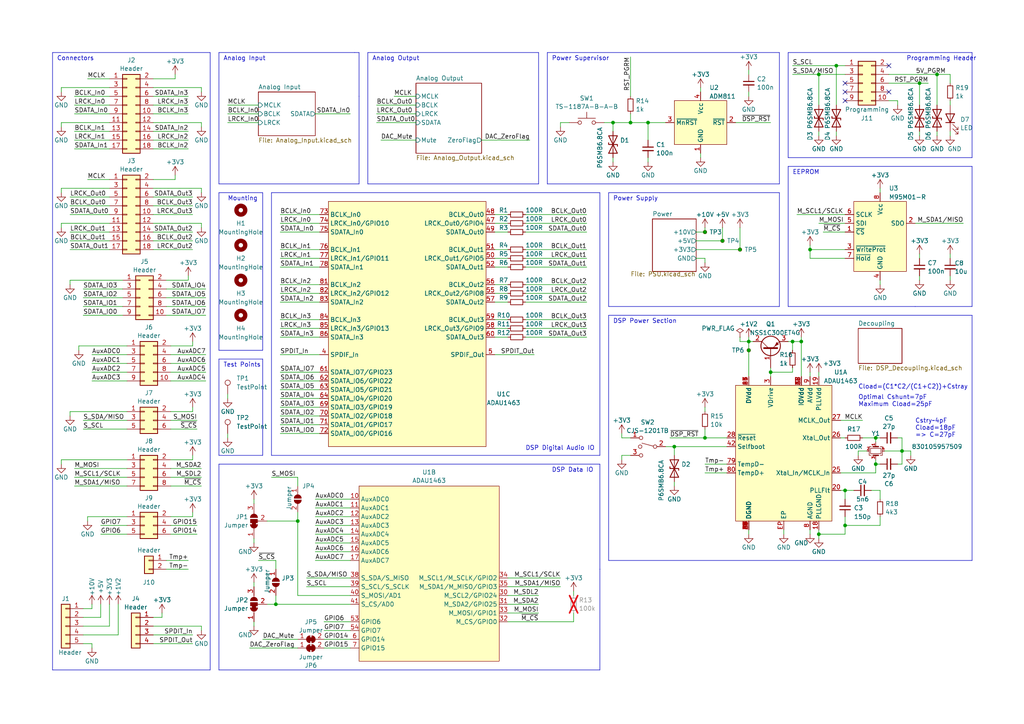
<source format=kicad_sch>
(kicad_sch (version 20230121) (generator eeschema)
  (paper "A4")
  (title_block (title "SmallDSP") (date "2023-10-12") (rev "1.1") (company "Till Heuer"))
  (junction (at 204.47 67.31))
  (junction (at 261.62 130.81))
  (junction (at 182.88 35.56))
  (junction (at 242.57 19.05))
  (junction (at 229.87 99.06))
  (junction (at 271.78 21.59))
  (junction (at 204.47 127))
  (junction (at 254 127))
  (junction (at 187.96 35.56))
  (junction (at 237.49 154.94))
  (junction (at 177.8 35.56))
  (junction (at 266.7 24.13))
  (junction (at 214.63 72.39))
  (junction (at 80.01 175.26))
  (junction (at 254 134.62))
  (junction (at 86.36 151.13))
  (junction (at 217.17 99.06))
  (junction (at 237.49 21.59))
  (junction (at 217.17 101.6))
  (junction (at 234.95 72.39))
  (junction (at 209.55 69.85))
  (junction (at 232.41 99.06))
  (junction (at 245.11 142.24))
  (junction (at 195.58 129.54))
  (junction (at 245.11 152.4))
  (junction (at 223.52 107.95))
  (no_connect (at 245.11 24.13))
  (no_connect (at 257.81 26.67))
  (no_connect (at 245.11 26.67))
  (no_connect (at 245.11 29.21))
  (no_connect (at 257.81 19.05))
  (wire (pts (xy 20.32 69.85) (xy 31.75 69.85)))
  (wire (pts (xy 20.32 119.38) (xy 36.83 119.38)))
  (wire (pts (xy 204.47 127) (xy 210.82 127)))
  (polyline (pts (xy 173.99 134.62) (xy 173.99 165.1)))
  (wire (pts (xy 54.61 162.56) (xy 48.26 162.56)))
  (wire (pts (xy 59.69 91.44) (xy 48.26 91.44)))
  (wire (pts (xy 20.32 62.23) (xy 31.75 62.23)))
  (wire (pts (xy 24.13 121.92) (xy 36.83 121.92)))
  (wire (pts (xy 182.88 35.56) (xy 187.96 35.56)))
  (wire (pts (xy 204.47 137.16) (xy 210.82 137.16)))
  (wire (pts (xy 109.22 35.56) (xy 120.65 35.56)))
  (wire (pts (xy 109.22 33.02) (xy 120.65 33.02)))
  (polyline (pts (xy 63.5 104.14) (xy 63.5 132.08)))
  (wire (pts (xy 21.59 30.48) (xy 31.75 30.48)))
  (wire (pts (xy 24.13 86.36) (xy 35.56 86.36)))
  (wire (pts (xy 24.13 91.44) (xy 35.56 91.44)))
  (wire (pts (xy 66.04 114.3) (xy 66.04 115.57)))
  (wire (pts (xy 195.58 129.54) (xy 195.58 132.08)))
  (wire (pts (xy 22.86 100.33) (xy 22.86 101.6)))
  (wire (pts (xy 81.28 87.63) (xy 92.71 87.63)))
  (polyline (pts (xy 281.94 88.9) (xy 281.94 48.26)))
  (wire (pts (xy 217.17 26.67) (xy 217.17 27.94)))
  (wire (pts (xy 229.87 21.59) (xy 237.49 21.59)))
  (wire (pts (xy 81.28 110.49) (xy 92.71 110.49)))
  (wire (pts (xy 237.49 153.67) (xy 237.49 154.94)))
  (wire (pts (xy 266.7 73.66) (xy 266.7 74.93)))
  (wire (pts (xy 81.28 118.11) (xy 92.71 118.11)))
  (polyline (pts (xy 63.5 15.24) (xy 63.5 53.34)))
  (wire (pts (xy 91.44 157.48) (xy 101.6 157.48)))
  (wire (pts (xy 234.95 107.95) (xy 234.95 109.22)))
  (wire (pts (xy 182.88 33.02) (xy 182.88 35.56)))
  (wire (pts (xy 44.45 57.15) (xy 55.88 57.15)))
  (wire (pts (xy 49.53 100.33) (xy 55.88 100.33)))
  (wire (pts (xy 58.42 35.56) (xy 58.42 36.83)))
  (wire (pts (xy 217.17 97.79) (xy 217.17 99.06)))
  (wire (pts (xy 234.95 72.39) (xy 245.11 72.39)))
  (wire (pts (xy 81.28 77.47) (xy 92.71 77.47)))
  (wire (pts (xy 143.51 72.39) (xy 147.32 72.39)))
  (wire (pts (xy 86.36 148.59) (xy 86.36 151.13)))
  (wire (pts (xy 17.78 64.77) (xy 17.78 66.04)))
  (polyline (pts (xy 104.14 27.94) (xy 104.14 53.34)))
  (wire (pts (xy 91.44 149.86) (xy 101.6 149.86)))
  (wire (pts (xy 54.61 30.48) (xy 44.45 30.48)))
  (polyline (pts (xy 228.6 45.72) (xy 281.94 45.72)))
  (wire (pts (xy 81.28 85.09) (xy 92.71 85.09)))
  (wire (pts (xy 36.83 149.86) (xy 25.4 149.86)))
  (wire (pts (xy 232.41 97.79) (xy 232.41 99.06)))
  (wire (pts (xy 91.44 154.94) (xy 101.6 154.94)))
  (wire (pts (xy 49.53 119.38) (xy 55.88 119.38)))
  (wire (pts (xy 24.13 184.15) (xy 34.29 184.15)))
  (polyline (pts (xy 60.96 194.31) (xy 15.24 194.31)))
  (wire (pts (xy 152.4 87.63) (xy 170.18 87.63)))
  (wire (pts (xy 152.4 67.31) (xy 170.18 67.31)))
  (wire (pts (xy 147.32 177.8) (xy 156.21 177.8)))
  (wire (pts (xy 166.37 177.8) (xy 166.37 180.34)))
  (wire (pts (xy 152.4 82.55) (xy 170.18 82.55)))
  (wire (pts (xy 24.13 181.61) (xy 31.75 181.61)))
  (wire (pts (xy 223.52 107.95) (xy 223.52 109.22)))
  (wire (pts (xy 162.56 35.56) (xy 162.56 36.83)))
  (wire (pts (xy 76.2 185.42) (xy 86.36 185.42)))
  (wire (pts (xy 187.96 35.56) (xy 193.04 35.56)))
  (wire (pts (xy 250.19 121.92) (xy 243.84 121.92)))
  (wire (pts (xy 182.88 27.94) (xy 182.88 16.51)))
  (wire (pts (xy 203.2 25.4) (xy 203.2 26.67)))
  (wire (pts (xy 80.01 162.56) (xy 80.01 165.1)))
  (wire (pts (xy 254 134.62) (xy 254 137.16)))
  (polyline (pts (xy 63.5 132.08) (xy 76.2 132.08)))
  (wire (pts (xy 81.28 95.25) (xy 92.71 95.25)))
  (wire (pts (xy 26.67 105.41) (xy 36.83 105.41)))
  (wire (pts (xy 261.62 130.81) (xy 264.16 130.81)))
  (wire (pts (xy 254 128.27) (xy 254 127)))
  (wire (pts (xy 58.42 64.77) (xy 58.42 66.04)))
  (wire (pts (xy 21.59 38.1) (xy 31.75 38.1)))
  (wire (pts (xy 193.04 129.54) (xy 195.58 129.54)))
  (wire (pts (xy 91.44 147.32) (xy 101.6 147.32)))
  (wire (pts (xy 88.9 167.64) (xy 101.6 167.64)))
  (wire (pts (xy 73.66 144.78) (xy 73.66 146.05)))
  (wire (pts (xy 59.69 102.87) (xy 49.53 102.87)))
  (wire (pts (xy 245.11 149.86) (xy 245.11 152.4)))
  (wire (pts (xy 54.61 33.02) (xy 44.45 33.02)))
  (wire (pts (xy 245.11 152.4) (xy 255.27 152.4)))
  (wire (pts (xy 217.17 20.32) (xy 217.17 21.59)))
  (wire (pts (xy 275.59 38.1) (xy 275.59 39.37)))
  (wire (pts (xy 223.52 107.95) (xy 229.87 107.95)))
  (wire (pts (xy 17.78 133.35) (xy 36.83 133.35)))
  (wire (pts (xy 243.84 127) (xy 245.11 127)))
  (wire (pts (xy 237.49 154.94) (xy 245.11 154.94)))
  (wire (pts (xy 139.7 40.64) (xy 153.67 40.64)))
  (polyline (pts (xy 158.75 53.34) (xy 226.06 53.34)))
  (wire (pts (xy 165.1 35.56) (xy 162.56 35.56)))
  (wire (pts (xy 17.78 133.35) (xy 17.78 134.62)))
  (wire (pts (xy 55.88 184.15) (xy 44.45 184.15)))
  (wire (pts (xy 254 127) (xy 250.19 127)))
  (wire (pts (xy 58.42 182.88) (xy 58.42 181.61)))
  (wire (pts (xy 234.95 74.93) (xy 234.95 72.39)))
  (wire (pts (xy 44.45 54.61) (xy 58.42 54.61)))
  (wire (pts (xy 265.43 64.77) (xy 279.4 64.77)))
  (wire (pts (xy 217.17 153.67) (xy 217.17 154.94)))
  (wire (pts (xy 73.66 168.91) (xy 73.66 170.18)))
  (wire (pts (xy 26.67 102.87) (xy 36.83 102.87)))
  (wire (pts (xy 254 137.16) (xy 243.84 137.16)))
  (wire (pts (xy 187.96 35.56) (xy 187.96 40.64)))
  (polyline (pts (xy 281.94 45.72) (xy 281.94 15.24)))
  (wire (pts (xy 152.4 95.25) (xy 170.18 95.25)))
  (wire (pts (xy 17.78 64.77) (xy 31.75 64.77)))
  (polyline (pts (xy 104.14 27.94) (xy 104.14 15.24)))
  (wire (pts (xy 44.45 52.07) (xy 50.8 52.07)))
  (wire (pts (xy 255.27 152.4) (xy 255.27 149.86)))
  (wire (pts (xy 242.57 19.05) (xy 245.11 19.05)))
  (polyline (pts (xy 63.5 53.34) (xy 104.14 53.34)))
  (wire (pts (xy 54.61 43.18) (xy 44.45 43.18)))
  (polyline (pts (xy 281.94 15.24) (xy 228.6 15.24)))
  (wire (pts (xy 81.28 113.03) (xy 92.71 113.03)))
  (wire (pts (xy 81.28 97.79) (xy 92.71 97.79)))
  (wire (pts (xy 152.4 74.93) (xy 170.18 74.93)))
  (wire (pts (xy 36.83 135.89) (xy 21.59 135.89)))
  (wire (pts (xy 204.47 124.46) (xy 204.47 127)))
  (wire (pts (xy 194.31 127) (xy 204.47 127)))
  (wire (pts (xy 21.59 40.64) (xy 31.75 40.64)))
  (wire (pts (xy 91.44 162.56) (xy 101.6 162.56)))
  (wire (pts (xy 78.74 138.43) (xy 86.36 138.43)))
  (wire (pts (xy 34.29 184.15) (xy 34.29 175.26)))
  (wire (pts (xy 143.51 74.93) (xy 147.32 74.93)))
  (wire (pts (xy 152.4 77.47) (xy 170.18 77.47)))
  (wire (pts (xy 271.78 21.59) (xy 275.59 21.59)))
  (wire (pts (xy 36.83 100.33) (xy 22.86 100.33)))
  (wire (pts (xy 81.28 120.65) (xy 92.71 120.65)))
  (polyline (pts (xy 76.2 55.88) (xy 76.2 101.6)))
  (wire (pts (xy 29.21 179.07) (xy 24.13 179.07)))
  (wire (pts (xy 50.8 22.86) (xy 50.8 21.59)))
  (wire (pts (xy 275.59 21.59) (xy 275.59 24.13)))
  (wire (pts (xy 177.8 35.56) (xy 177.8 38.1)))
  (polyline (pts (xy 63.5 134.62) (xy 173.99 134.62)))
  (wire (pts (xy 49.53 149.86) (xy 55.88 149.86)))
  (wire (pts (xy 55.88 149.86) (xy 55.88 148.59)))
  (wire (pts (xy 20.32 67.31) (xy 31.75 67.31)))
  (wire (pts (xy 109.22 30.48) (xy 120.65 30.48)))
  (polyline (pts (xy 226.06 15.24) (xy 158.75 15.24)))
  (wire (pts (xy 31.75 181.61) (xy 31.75 175.26)))
  (polyline (pts (xy 226.06 88.9) (xy 176.53 88.9)))
  (wire (pts (xy 48.26 81.28) (xy 54.61 81.28)))
  (wire (pts (xy 227.33 153.67) (xy 227.33 154.94)))
  (wire (pts (xy 81.28 74.93) (xy 92.71 74.93)))
  (wire (pts (xy 73.66 180.34) (xy 73.66 181.61)))
  (wire (pts (xy 229.87 99.06) (xy 232.41 99.06)))
  (wire (pts (xy 175.26 35.56) (xy 177.8 35.56)))
  (wire (pts (xy 31.75 25.4) (xy 17.78 25.4)))
  (wire (pts (xy 154.94 102.87) (xy 143.51 102.87)))
  (wire (pts (xy 223.52 35.56) (xy 213.36 35.56)))
  (wire (pts (xy 66.04 30.48) (xy 74.93 30.48)))
  (wire (pts (xy 237.49 21.59) (xy 237.49 30.48)))
  (polyline (pts (xy 156.21 15.24) (xy 106.68 15.24)))
  (wire (pts (xy 252.73 142.24) (xy 255.27 142.24)))
  (wire (pts (xy 88.9 170.18) (xy 101.6 170.18)))
  (wire (pts (xy 204.47 134.62) (xy 210.82 134.62)))
  (wire (pts (xy 91.44 152.4) (xy 101.6 152.4)))
  (wire (pts (xy 58.42 54.61) (xy 58.42 55.88)))
  (polyline (pts (xy 102.87 15.24) (xy 63.5 15.24)))
  (wire (pts (xy 21.59 27.94) (xy 31.75 27.94)))
  (wire (pts (xy 152.4 92.71) (xy 170.18 92.71)))
  (wire (pts (xy 24.13 88.9) (xy 35.56 88.9)))
  (wire (pts (xy 260.35 134.62) (xy 261.62 134.62)))
  (wire (pts (xy 54.61 165.1) (xy 48.26 165.1)))
  (wire (pts (xy 80.01 175.26) (xy 101.6 175.26)))
  (wire (pts (xy 73.66 156.21) (xy 73.66 157.48)))
  (wire (pts (xy 26.67 186.69) (xy 24.13 186.69)))
  (wire (pts (xy 255.27 81.28) (xy 255.27 82.55)))
  (polyline (pts (xy 173.99 194.31) (xy 63.5 194.31)))
  (wire (pts (xy 93.98 187.96) (xy 101.6 187.96)))
  (polyline (pts (xy 15.24 15.24) (xy 60.96 15.24)))
  (wire (pts (xy 49.53 140.97) (xy 58.42 140.97)))
  (wire (pts (xy 143.51 62.23) (xy 147.32 62.23)))
  (wire (pts (xy 74.93 35.56) (xy 66.04 35.56)))
  (wire (pts (xy 31.75 35.56) (xy 17.78 35.56)))
  (wire (pts (xy 245.11 74.93) (xy 234.95 74.93)))
  (wire (pts (xy 247.65 142.24) (xy 245.11 142.24)))
  (wire (pts (xy 46.99 179.07) (xy 44.45 179.07)))
  (wire (pts (xy 66.04 125.73) (xy 66.04 127)))
  (wire (pts (xy 201.93 67.31) (xy 204.47 67.31)))
  (wire (pts (xy 54.61 81.28) (xy 54.61 80.01)))
  (wire (pts (xy 26.67 107.95) (xy 36.83 107.95)))
  (wire (pts (xy 152.4 97.79) (xy 170.18 97.79)))
  (wire (pts (xy 214.63 99.06) (xy 217.17 99.06)))
  (wire (pts (xy 229.87 107.95) (xy 229.87 106.68)))
  (wire (pts (xy 57.15 154.94) (xy 49.53 154.94)))
  (wire (pts (xy 271.78 38.1) (xy 271.78 39.37)))
  (wire (pts (xy 81.28 64.77) (xy 92.71 64.77)))
  (wire (pts (xy 54.61 40.64) (xy 44.45 40.64)))
  (wire (pts (xy 49.53 138.43) (xy 58.42 138.43)))
  (wire (pts (xy 81.28 125.73) (xy 92.71 125.73)))
  (polyline (pts (xy 106.68 53.34) (xy 156.21 53.34)))
  (wire (pts (xy 180.34 127) (xy 180.34 125.73)))
  (polyline (pts (xy 78.74 132.08) (xy 173.99 132.08)))
  (wire (pts (xy 81.28 62.23) (xy 92.71 62.23)))
  (wire (pts (xy 59.69 88.9) (xy 48.26 88.9)))
  (polyline (pts (xy 76.2 55.88) (xy 63.5 55.88)))
  (wire (pts (xy 166.37 171.45) (xy 166.37 172.72)))
  (wire (pts (xy 203.2 44.45) (xy 203.2 45.72)))
  (wire (pts (xy 266.7 24.13) (xy 269.24 24.13)))
  (wire (pts (xy 143.51 67.31) (xy 147.32 67.31)))
  (wire (pts (xy 248.92 130.81) (xy 248.92 132.08)))
  (wire (pts (xy 245.11 142.24) (xy 245.11 144.78)))
  (wire (pts (xy 21.59 140.97) (xy 36.83 140.97)))
  (wire (pts (xy 204.47 118.11) (xy 204.47 119.38)))
  (wire (pts (xy 143.51 85.09) (xy 147.32 85.09)))
  (wire (pts (xy 36.83 138.43) (xy 21.59 138.43)))
  (polyline (pts (xy 173.99 55.88) (xy 78.74 55.88)))
  (wire (pts (xy 152.4 64.77) (xy 170.18 64.77)))
  (wire (pts (xy 49.53 124.46) (xy 57.15 124.46)))
  (wire (pts (xy 101.6 172.72) (xy 86.36 172.72)))
  (wire (pts (xy 204.47 74.93) (xy 204.47 76.2)))
  (polyline (pts (xy 176.53 88.9) (xy 176.53 55.88)))
  (wire (pts (xy 55.88 133.35) (xy 55.88 132.08)))
  (wire (pts (xy 93.98 180.34) (xy 101.6 180.34)))
  (wire (pts (xy 59.69 105.41) (xy 49.53 105.41)))
  (polyline (pts (xy 60.96 15.24) (xy 60.96 194.31)))
  (wire (pts (xy 17.78 35.56) (xy 17.78 36.83)))
  (wire (pts (xy 143.51 82.55) (xy 147.32 82.55)))
  (wire (pts (xy 271.78 21.59) (xy 271.78 30.48)))
  (wire (pts (xy 26.67 110.49) (xy 36.83 110.49)))
  (wire (pts (xy 266.7 80.01) (xy 266.7 81.28)))
  (wire (pts (xy 59.69 110.49) (xy 49.53 110.49)))
  (wire (pts (xy 260.35 30.48) (xy 260.35 29.21)))
  (wire (pts (xy 21.59 33.02) (xy 31.75 33.02)))
  (polyline (pts (xy 63.5 104.14) (xy 76.2 104.14)))
  (wire (pts (xy 81.28 102.87) (xy 92.71 102.87)))
  (wire (pts (xy 59.69 107.95) (xy 49.53 107.95)))
  (polyline (pts (xy 176.53 55.88) (xy 226.06 55.88)))
  (polyline (pts (xy 281.94 162.56) (xy 281.94 91.44)))
  (wire (pts (xy 26.67 176.53) (xy 24.13 176.53)))
  (wire (pts (xy 143.51 77.47) (xy 147.32 77.47)))
  (wire (pts (xy 201.93 72.39) (xy 214.63 72.39)))
  (wire (pts (xy 177.8 45.72) (xy 177.8 46.99)))
  (wire (pts (xy 242.57 38.1) (xy 242.57 39.37)))
  (wire (pts (xy 54.61 27.94) (xy 44.45 27.94)))
  (wire (pts (xy 55.88 100.33) (xy 55.88 99.06)))
  (wire (pts (xy 251.46 130.81) (xy 248.92 130.81)))
  (wire (pts (xy 254 134.62) (xy 255.27 134.62)))
  (wire (pts (xy 81.28 72.39) (xy 92.71 72.39)))
  (wire (pts (xy 242.57 19.05) (xy 242.57 30.48)))
  (wire (pts (xy 20.32 81.28) (xy 20.32 82.55)))
  (wire (pts (xy 237.49 64.77) (xy 245.11 64.77)))
  (wire (pts (xy 74.93 33.02) (xy 66.04 33.02)))
  (wire (pts (xy 29.21 152.4) (xy 36.83 152.4)))
  (wire (pts (xy 46.99 177.8) (xy 46.99 179.07)))
  (wire (pts (xy 217.17 99.06) (xy 217.17 101.6)))
  (wire (pts (xy 275.59 80.01) (xy 275.59 81.28)))
  (wire (pts (xy 237.49 38.1) (xy 237.49 39.37)))
  (wire (pts (xy 152.4 62.23) (xy 170.18 62.23)))
  (wire (pts (xy 217.17 101.6) (xy 217.17 109.22)))
  (wire (pts (xy 55.88 119.38) (xy 55.88 118.11)))
  (wire (pts (xy 80.01 172.72) (xy 80.01 175.26)))
  (wire (pts (xy 275.59 73.66) (xy 275.59 74.93)))
  (polyline (pts (xy 78.74 55.88) (xy 78.74 132.08)))
  (wire (pts (xy 114.3 27.94) (xy 120.65 27.94)))
  (wire (pts (xy 81.28 82.55) (xy 92.71 82.55)))
  (wire (pts (xy 44.45 35.56) (xy 58.42 35.56)))
  (polyline (pts (xy 63.5 194.31) (xy 63.5 134.62)))
  (wire (pts (xy 147.32 172.72) (xy 156.21 172.72)))
  (wire (pts (xy 20.32 57.15) (xy 31.75 57.15)))
  (wire (pts (xy 21.59 43.18) (xy 31.75 43.18)))
  (wire (pts (xy 195.58 129.54) (xy 210.82 129.54)))
  (wire (pts (xy 243.84 142.24) (xy 245.11 142.24)))
  (wire (pts (xy 143.51 64.77) (xy 147.32 64.77)))
  (wire (pts (xy 35.56 81.28) (xy 20.32 81.28)))
  (wire (pts (xy 20.32 119.38) (xy 20.32 120.65)))
  (wire (pts (xy 232.41 99.06) (xy 232.41 109.22)))
  (wire (pts (xy 152.4 72.39) (xy 170.18 72.39)))
  (wire (pts (xy 29.21 154.94) (xy 36.83 154.94)))
  (wire (pts (xy 143.51 87.63) (xy 147.32 87.63)))
  (wire (pts (xy 201.93 74.93) (xy 204.47 74.93)))
  (wire (pts (xy 255.27 54.61) (xy 255.27 55.88)))
  (wire (pts (xy 77.47 175.26) (xy 80.01 175.26)))
  (wire (pts (xy 237.49 154.94) (xy 237.49 156.21)))
  (wire (pts (xy 17.78 25.4) (xy 17.78 26.67)))
  (wire (pts (xy 54.61 38.1) (xy 44.45 38.1)))
  (polyline (pts (xy 176.53 162.56) (xy 281.94 162.56)))
  (wire (pts (xy 147.32 167.64) (xy 162.56 167.64)))
  (wire (pts (xy 147.32 175.26) (xy 156.21 175.26)))
  (wire (pts (xy 29.21 175.26) (xy 29.21 179.07)))
  (wire (pts (xy 81.28 115.57) (xy 92.71 115.57)))
  (wire (pts (xy 204.47 67.31) (xy 204.47 66.04)))
  (wire (pts (xy 49.53 135.89) (xy 58.42 135.89)))
  (wire (pts (xy 44.45 67.31) (xy 55.88 67.31)))
  (wire (pts (xy 143.51 97.79) (xy 147.32 97.79)))
  (wire (pts (xy 25.4 52.07) (xy 31.75 52.07)))
  (wire (pts (xy 264.16 130.81) (xy 264.16 132.08)))
  (wire (pts (xy 257.81 29.21) (xy 260.35 29.21)))
  (polyline (pts (xy 228.6 15.24) (xy 228.6 45.72)))
  (wire (pts (xy 182.88 132.08) (xy 180.34 132.08)))
  (wire (pts (xy 234.95 153.67) (xy 234.95 154.94)))
  (wire (pts (xy 254 127) (xy 255.27 127)))
  (wire (pts (xy 261.62 127) (xy 261.62 130.81)))
  (wire (pts (xy 59.69 86.36) (xy 48.26 86.36)))
  (wire (pts (xy 91.44 160.02) (xy 101.6 160.02)))
  (wire (pts (xy 74.93 162.56) (xy 80.01 162.56)))
  (wire (pts (xy 229.87 99.06) (xy 229.87 101.6)))
  (wire (pts (xy 58.42 181.61) (xy 44.45 181.61)))
  (wire (pts (xy 44.45 59.69) (xy 55.88 59.69)))
  (wire (pts (xy 275.59 29.21) (xy 275.59 30.48)))
  (polyline (pts (xy 76.2 132.08) (xy 76.2 104.14)))
  (wire (pts (xy 223.52 106.68) (xy 223.52 107.95)))
  (polyline (pts (xy 281.94 91.44) (xy 176.53 91.44)))
  (wire (pts (xy 147.32 170.18) (xy 162.56 170.18)))
  (wire (pts (xy 147.32 180.34) (xy 166.37 180.34)))
  (polyline (pts (xy 281.94 48.26) (xy 228.6 48.26)))
  (polyline (pts (xy 106.68 15.24) (xy 106.68 53.34)))
  (wire (pts (xy 266.7 24.13) (xy 266.7 30.48)))
  (wire (pts (xy 86.36 172.72) (xy 86.36 151.13)))
  (polyline (pts (xy 226.06 15.24) (xy 226.06 53.34)))
  (wire (pts (xy 58.42 25.4) (xy 58.42 26.67)))
  (polyline (pts (xy 228.6 48.26) (xy 228.6 88.9)))
  (wire (pts (xy 229.87 19.05) (xy 242.57 19.05)))
  (wire (pts (xy 218.44 99.06) (xy 217.17 99.06)))
  (wire (pts (xy 143.51 95.25) (xy 147.32 95.25)))
  (wire (pts (xy 20.32 72.39) (xy 31.75 72.39)))
  (wire (pts (xy 44.45 25.4) (xy 58.42 25.4)))
  (wire (pts (xy 93.98 182.88) (xy 101.6 182.88)))
  (polyline (pts (xy 102.87 15.24) (xy 104.14 15.24)))
  (wire (pts (xy 49.53 133.35) (xy 55.88 133.35)))
  (polyline (pts (xy 63.5 55.88) (xy 63.5 101.6)))
  (polyline (pts (xy 15.24 15.24) (xy 15.24 194.31)))
  (wire (pts (xy 214.63 97.79) (xy 214.63 99.06)))
  (wire (pts (xy 257.81 21.59) (xy 271.78 21.59)))
  (wire (pts (xy 180.34 132.08) (xy 180.34 133.35)))
  (wire (pts (xy 44.45 22.86) (xy 50.8 22.86)))
  (wire (pts (xy 44.45 69.85) (xy 55.88 69.85)))
  (wire (pts (xy 81.28 107.95) (xy 92.71 107.95)))
  (wire (pts (xy 152.4 85.09) (xy 170.18 85.09)))
  (wire (pts (xy 195.58 139.7) (xy 195.58 140.97)))
  (wire (pts (xy 91.44 144.78) (xy 101.6 144.78)))
  (polyline (pts (xy 173.99 132.08) (xy 173.99 55.88)))
  (polyline (pts (xy 63.5 101.6) (xy 76.2 101.6)))
  (wire (pts (xy 228.6 99.06) (xy 229.87 99.06)))
  (polyline (pts (xy 265.43 88.9) (xy 281.94 88.9)))
  (wire (pts (xy 86.36 138.43) (xy 86.36 140.97)))
  (wire (pts (xy 238.76 67.31) (xy 245.11 67.31)))
  (wire (pts (xy 86.36 151.13) (xy 77.47 151.13)))
  (wire (pts (xy 55.88 186.69) (xy 44.45 186.69)))
  (wire (pts (xy 17.78 54.61) (xy 31.75 54.61)))
  (wire (pts (xy 237.49 107.95) (xy 237.49 109.22)))
  (polyline (pts (xy 173.99 165.1) (xy 173.99 194.31)))
  (polyline (pts (xy 226.06 55.88) (xy 226.06 88.9)))
  (wire (pts (xy 237.49 21.59) (xy 245.11 21.59)))
  (wire (pts (xy 256.54 130.81) (xy 261.62 130.81)))
  (wire (pts (xy 182.88 127) (xy 180.34 127)))
  (wire (pts (xy 234.95 71.12) (xy 234.95 72.39)))
  (wire (pts (xy 257.81 24.13) (xy 266.7 24.13)))
  (wire (pts (xy 245.11 154.94) (xy 245.11 152.4)))
  (wire (pts (xy 260.35 127) (xy 261.62 127)))
  (polyline (pts (xy 176.53 91.44) (xy 176.53 162.56)))
  (wire (pts (xy 20.32 59.69) (xy 31.75 59.69)))
  (wire (pts (xy 261.62 130.81) (xy 261.62 134.62)))
  (wire (pts (xy 57.15 152.4) (xy 49.53 152.4)))
  (wire (pts (xy 231.14 62.23) (xy 245.11 62.23)))
  (polyline (pts (xy 158.75 15.24) (xy 158.75 53.34)))
  (wire (pts (xy 266.7 38.1) (xy 266.7 39.37)))
  (wire (pts (xy 24.13 124.46) (xy 36.83 124.46)))
  (wire (pts (xy 254 133.35) (xy 254 134.62)))
  (wire (pts (xy 214.63 66.04) (xy 214.63 72.39)))
  (wire (pts (xy 143.51 92.71) (xy 147.32 92.71)))
  (wire (pts (xy 93.98 185.42) (xy 101.6 185.42)))
  (wire (pts (xy 59.69 83.82) (xy 48.26 83.82)))
  (wire (pts (xy 81.28 123.19) (xy 92.71 123.19)))
  (wire (pts (xy 81.28 92.71) (xy 92.71 92.71)))
  (wire (pts (xy 91.44 33.02) (xy 101.6 33.02)))
  (wire (pts (xy 17.78 54.61) (xy 17.78 55.88)))
  (wire (pts (xy 86.36 187.96) (xy 72.39 187.96)))
  (wire (pts (xy 44.45 72.39) (xy 55.88 72.39)))
  (polyline (pts (xy 156.21 53.34) (xy 156.21 15.24)))
  (polyline (pts (xy 228.6 88.9) (xy 265.43 88.9)))
  (wire (pts (xy 255.27 142.24) (xy 255.27 144.78)))
  (wire (pts (xy 81.28 67.31) (xy 92.71 67.31)))
  (wire (pts (xy 25.4 22.86) (xy 31.75 22.86)))
  (wire (pts (xy 177.8 35.56) (xy 182.88 35.56)))
  (wire (pts (xy 187.96 45.72) (xy 187.96 46.99)))
  (wire (pts (xy 24.13 83.82) (xy 35.56 83.82)))
  (wire (pts (xy 44.45 64.77) (xy 58.42 64.77)))
  (wire (pts (xy 26.67 187.96) (xy 26.67 186.69)))
  (wire (pts (xy 209.55 66.04) (xy 209.55 69.85)))
  (wire (pts (xy 201.93 69.85) (xy 209.55 69.85)))
  (wire (pts (xy 25.4 149.86) (xy 25.4 151.13)))
  (wire (pts (xy 50.8 52.07) (xy 50.8 50.8)))
  (polyline (pts (xy 173.99 165.1) (xy 173.99 165.1)))
  (wire (pts (xy 57.15 121.92) (xy 49.53 121.92)))
  (wire (pts (xy 44.45 62.23) (xy 55.88 62.23)))
  (wire (pts (xy 110.49 40.64) (xy 120.65 40.64)))
  (wire (pts (xy 26.67 175.26) (xy 26.67 176.53)))
  (text "DSP Data IO" (at 160.02 137.16 0) (effects (font (size 1.27 1.27)) (justify left bottom)))
  (text "EEPROM" (at 229.87 50.8 0) (effects (font (size 1.27 1.27)) (justify left bottom)))
  (text "Mounting" (at 66.04 58.42 0) (effects (font (size 1.27 1.27)) (justify left bottom)))
  (text "DSP Digital Audio IO" (at 152.4 130.81 0) (effects (font (size 1.27 1.27)) (justify left bottom)))
  (text "Power Supervisor" (at 160.02 17.78 0) (effects (font (size 1.27 1.27)) (justify left bottom)))
  (text "Power Supply" (at 177.8 58.42 0) (effects (font (size 1.27 1.27)) (justify left bottom)))
  (text "Cload=(C1*C2/(C1+C2))+Cstray" (at 248.92 113.03 0) (effects (font (size 1.27 1.27)) (justify left bottom)))
  (text "Analog Output" (at 107.95 17.78 0) (effects (font (size 1.27 1.27)) (justify left bottom)))
  (text "Connectors" (at 16.51 17.78 0) (effects (font (size 1.27 1.27)) (justify left bottom)))
  (text "Programming Header" (at 262.89 17.78 0) (effects (font (size 1.27 1.27)) (justify left bottom)))
  (text "Optimal Cshunt=7pF\nMaximum Cload=25pF" (at 248.92 118.11 0) (effects (font (size 1.27 1.27)) (justify left bottom)))
  (text "DSP Power Section" (at 177.8 93.98 0) (effects (font (size 1.27 1.27)) (justify left bottom)))
  (text "Cstry~4pF\nCload=18pF\n=> C=27pF" (at 265.43 127 0) (effects (font (size 1.27 1.27)) (justify left bottom)))
  (text "Test Points" (at 64.77 106.68 0) (effects (font (size 1.27 1.27)) (justify left bottom)))
  (text "Analog Input" (at 64.77 17.78 0) (effects (font (size 1.27 1.27)) (justify left bottom)))
  (label "SDATA_Out1" (at 20.32 72.39 0))
  (label "AuxADC4" (at 59.69 110.49 180))
  (label "BCLK_In2" (at 81.28 82.55 0))
  (label "M_MOSI" (at 21.59 135.89 0))
  (label "BCLK_Out1" (at 20.32 69.85 0))
  (label "SDATA_IO0" (at 24.13 91.44 0))
  (label "Tmp+" (at 54.61 162.56 180))
  (label "SDATA_In3" (at 54.61 27.94 180))
  (label "SDATA_IO5" (at 81.28 113.03 0))
  (label "SDATA_IO3" (at 24.13 83.82 0))
  (label "SDATA_In1" (at 21.59 43.18 0))
  (label "SDATA_Out3" (at 170.18 97.79 180))
  (label "AuxADC5" (at 91.44 157.48 0))
  (label "M_MOSI" (at 156.21 177.8 180))
  (label "~{M_CS}" (at 58.42 140.97 180))
  (label "Tmp-" (at 204.47 134.62 0))
  (label "SPDIT_Out" (at 55.88 186.69 180))
  (label "SDATA_IO2" (at 24.13 86.36 0))
  (label "LRCK_Out0" (at 109.22 33.02 0))
  (label "BCLK_In0" (at 21.59 27.94 0))
  (label "M_SDA1{slash}MISO" (at 279.4 64.77 180))
  (label "BCLK_Out3" (at 55.88 59.69 180))
  (label "BCLK_In2" (at 54.61 43.18 180))
  (label "SDATA_In3" (at 81.28 97.79 0))
  (label "BCLK_In3" (at 81.28 92.71 0))
  (label "LRCK_In1" (at 21.59 40.64 0))
  (label "MCLK" (at 66.04 30.48 0))
  (label "LRCK_Out1" (at 170.18 74.93 180))
  (label "LRCK_Out3" (at 55.88 62.23 180))
  (label "BCLK_Out2" (at 55.88 69.85 180))
  (label "S_SDA{slash}MISO" (at 88.9 167.64 0))
  (label "~{M_CS}" (at 156.21 180.34 180))
  (label "AuxADC5" (at 59.69 107.95 180))
  (label "LRCK_In2" (at 81.28 85.09 0))
  (label "SDATA_IO2" (at 81.28 120.65 0))
  (label "AuxADC2" (at 26.67 107.95 0))
  (label "BCLK_Out2" (at 170.18 82.55 180))
  (label "GPIO14" (at 57.15 154.94 180))
  (label "S_SCL" (at 88.9 170.18 0))
  (label "SDATA_IO3" (at 81.28 118.11 0))
  (label "BCLK_Out0" (at 170.18 62.23 180))
  (label "AuxADC2" (at 91.44 149.86 0))
  (label "S_SCL" (at 24.13 124.46 0))
  (label "SDATA_Out0" (at 20.32 62.23 0))
  (label "MCLK" (at 114.3 27.94 0))
  (label "~{S_CS}" (at 74.93 162.56 0))
  (label "DAC_Mute" (at 110.49 40.64 0))
  (label "M_MOSI" (at 237.49 64.77 0))
  (label "SDATA_IO7" (at 81.28 107.95 0))
  (label "LRCK_In0" (at 81.28 64.77 0))
  (label "SPDIT_In" (at 81.28 102.87 0))
  (label "AuxADC1" (at 91.44 147.32 0))
  (label "M_SDA2" (at 58.42 135.89 180))
  (label "SDATA_Out1" (at 170.18 77.47 180))
  (label "~{S_CS}" (at 57.15 124.46 180))
  (label "LRCK_In0" (at 66.04 35.56 0))
  (label "MCLK" (at 25.4 22.86 0))
  (label "BCLK_In0" (at 81.28 62.23 0))
  (label "SDATA_In0" (at 21.59 33.02 0))
  (label "SDATA_IO0" (at 81.28 125.73 0))
  (label "AuxADC7" (at 91.44 162.56 0))
  (label "SDATA_IO7" (at 59.69 91.44 180))
  (label "BCLK_In0" (at 66.04 33.02 0))
  (label "M_SDA1{slash}MISO" (at 162.56 170.18 180))
  (label "AuxADC6" (at 91.44 160.02 0))
  (label "M_SDL2" (at 156.21 172.72 180))
  (label "BCLK_Out1" (at 170.18 72.39 180))
  (label "LRCK_In3" (at 54.61 30.48 180))
  (label "BCLK_Out0" (at 109.22 30.48 0))
  (label "AuxADC4" (at 91.44 154.94 0))
  (label "SPDIT_Out" (at 154.94 102.87 180))
  (label "SDATA_Out2" (at 170.18 87.63 180))
  (label "LRCK_Out1" (at 20.32 67.31 0))
  (label "GPIO6" (at 93.98 180.34 0))
  (label "SDATA_In2" (at 54.61 38.1 180))
  (label "LRCK_Out2" (at 170.18 85.09 180))
  (label "GPIO14" (at 93.98 185.42 0))
  (label "SPDIT_In" (at 55.88 184.15 180))
  (label "AuxADC6" (at 59.69 105.41 180))
  (label "LRCK_In0" (at 21.59 30.48 0))
  (label "SDATA_In0" (at 101.6 33.02 180))
  (label "GPIO15" (at 93.98 187.96 0))
  (label "BCLK_In1" (at 21.59 38.1 0))
  (label "S_SDA{slash}MISO" (at 24.13 121.92 0))
  (label "S_MOSI" (at 57.15 121.92 180))
  (label "M_SDL2" (at 58.42 138.43 180))
  (label "AuxADC0" (at 26.67 102.87 0))
  (label "M_SDA2" (at 156.21 175.26 180))
  (label "SDATA_IO5" (at 59.69 86.36 180))
  (label "BCLK_Out0" (at 20.32 59.69 0))
  (label "RST_PGRM" (at 269.24 24.13 180))
  (label "LRCK_Out0" (at 170.18 64.77 180))
  (label "MCLK" (at 250.19 121.92 180))
  (label "S_MOSI" (at 78.74 138.43 0))
  (label "Tmp-" (at 54.61 165.1 180))
  (label "AuxADC0" (at 91.44 144.78 0))
  (label "BCLK_In1" (at 81.28 72.39 0))
  (label "LRCK_Out2" (at 55.88 72.39 180))
  (label "AuxADC3" (at 91.44 152.4 0))
  (label "AuxADC7" (at 59.69 102.87 180))
  (label "5V_PGRM" (at 274.32 21.59 180))
  (label "LRCK_Out0" (at 20.32 57.15 0))
  (label "~{DSP_RST}" (at 194.31 127 0))
  (label "RST_PGRM" (at 182.88 16.51 270))
  (label "M_SCL1{slash}SCLK" (at 21.59 138.43 0))
  (label "DAC_ZeroFlag" (at 72.39 187.96 0))
  (label "BCLK_Out3" (at 170.18 92.71 180))
  (label "GPIO15" (at 57.15 152.4 180))
  (label "SDATA_IO4" (at 59.69 83.82 180))
  (label "GPIO7" (at 93.98 182.88 0))
  (label "S_SDA{slash}MISO" (at 229.87 21.59 0))
  (label "SDATA_IO4" (at 81.28 115.57 0))
  (label "S_SCL" (at 229.87 19.05 0))
  (label "SDATA_Out0" (at 170.18 67.31 180))
  (label "AuxADC3" (at 26.67 110.49 0))
  (label "MCLK" (at 25.4 52.07 0))
  (label "M_SCL1{slash}SCLK" (at 162.56 167.64 180))
  (label "SDATA_Out0" (at 109.22 35.56 0))
  (label "LRCK_In3" (at 81.28 95.25 0))
  (label "SDATA_IO6" (at 59.69 88.9 180))
  (label "LRCK_In2" (at 54.61 40.64 180))
  (label "BCLK_In3" (at 54.61 33.02 180))
  (label "~{M_CS}" (at 238.76 67.31 0))
  (label "SDATA_Out2" (at 55.88 67.31 180))
  (label "DAC_ZeroFlag" (at 153.67 40.64 180))
  (label "Tmp+" (at 204.47 137.16 0))
  (label "AuxADC1" (at 26.67 105.41 0))
  (label "GPIO7" (at 29.21 152.4 0))
  (label "SDATA_IO6" (at 81.28 110.49 0))
  (label "SDATA_IO1" (at 81.28 123.19 0))
  (label "LRCK_Out3" (at 170.18 95.25 180))
  (label "DAC_Mute" (at 76.2 185.42 0))
  (label "SDATA_In0" (at 81.28 67.31 0))
  (label "SDATA_In1" (at 81.28 77.47 0))
  (label "LRCK_In1" (at 81.28 74.93 0))
  (label "~{DSP_RST}" (at 223.52 35.56 180))
  (label "SDATA_IO1" (at 24.13 88.9 0))
  (label "M_SCL1{slash}SCLK" (at 231.14 62.23 0))
  (label "M_SDA1{slash}MISO" (at 21.59 140.97 0))
  (label "SDATA_Out3" (at 55.88 57.15 180))
  (label "SDATA_In2" (at 81.28 87.63 0))
  (label "GPIO6" (at 29.21 154.94 0))
  (symbol (lib_id "Device:R_Small") (at 149.86 72.39 90) (unit 1)
    (property "Reference" "R4" (at 146.05 71.12 90))
    (property "Value" "100R" (at 154.94 71.12 90))
    (property "Footprint" "Resistor_SMD:R_0402_1005Metric" (effects hide))
    (property "Assembling" "X" (effects hide))
    (property "JLC Part Number" "C25076" (effects hide))
    (property "Manufacturer" "UNI-ROYAL(Uniroyal Elec)" (effects hide))
    (property "Part Number" "0402WGF1000TCE" (effects hide))
    (property "Rated Power" "62.5mW" (effects hide))
    (property "Tolerance" "1%" (effects hide))
  )
  (symbol (lib_id "Device:R_Small") (at 149.86 67.31 90) (unit 1)
    (property "Reference" "R3" (at 146.05 66.04 90))
    (property "Value" "100R" (at 154.94 66.04 90))
    (property "Footprint" "Resistor_SMD:R_0402_1005Metric" (effects hide))
    (property "Assembling" "X" (effects hide))
    (property "JLC Part Number" "C25076" (effects hide))
    (property "Manufacturer" "UNI-ROYAL(Uniroyal Elec)" (effects hide))
    (property "Part Number" "0402WGF1000TCE" (effects hide))
    (property "Rated Power" "62.5mW" (effects hide))
    (property "Tolerance" "1%" (effects hide))
  )
  (symbol (lib_id "Device:C_Small") (at 250.19 142.24 90) (unit 1)
    (property "Reference" "C4" (at 250.19 139.7 90))
    (property "Value" "5n6" (at 250.19 144.78 90))
    (property "Footprint" "Capacitor_SMD:C_0603_1608Metric_Pad1.08x0.95mm_HandSolder" (effects hide))
    (property "Dielectric" "C0G" (effects hide))
    (property "Notes" "Also available in 0402" (effects hide))
    (property "Rated Voltage" "50V" (effects hide))
    (property "Manufacturer" "Murata Electronics" (effects hide))
    (property "Part Number" "GRM1885C1H562JA01D" (effects hide))
    (property "Tolerance" "5%" (effects hide))
  )
  (symbol (lib_id "Device:R_Small") (at 149.86 85.09 90) (unit 1)
    (property "Reference" "R8" (at 146.05 83.82 90))
    (property "Value" "100R" (at 154.94 83.82 90))
    (property "Footprint" "Resistor_SMD:R_0402_1005Metric" (effects hide))
    (property "Assembling" "X" (effects hide))
    (property "JLC Part Number" "C25076" (effects hide))
    (property "Manufacturer" "UNI-ROYAL(Uniroyal Elec)" (effects hide))
    (property "Part Number" "0402WGF1000TCE" (effects hide))
    (property "Rated Power" "62.5mW" (effects hide))
    (property "Tolerance" "1%" (effects hide))
  )
  (symbol (lib_id "Device:C_Small") (at 257.81 134.62 90) (mirror x) (unit 1)
    (property "Reference" "C6" (at 257.8163 140.3264 90))
    (property "Value" "27p" (at 257.8163 137.9022 90))
    (property "Footprint" "Capacitor_SMD:C_0402_1005Metric" (effects hide))
    (property "Dielectric" "C0G" (effects hide))
    (property "Rated Voltage" "50V" (effects hide))
    (property "Assembling" "X" (effects hide))
    (property "JLC Part Number" "C1557" (effects hide))
    (property "Manufacturer" "FH (Guangdong Fenghua Advanced Tech)" (effects hide))
    (property "Part Number" "0402CG270J500NT" (effects hide))
    (property "Tolerance" "5%" (effects hide))
  )
  (symbol (lib_id "power:GND") (at 25.4 151.13 0) (mirror y) (unit 1)
    (property "Reference" "#PWR09" (effects hide))
    (property "Value" "GND" (at 25.4 154.94 0))
  )
  (symbol (lib_id "power:+10V") (at 204.47 66.04 0) (unit 1)
    (property "Reference" "#PWR043" (effects hide))
    (property "Value" "+10V" (at 204.47 62.23 0))
  )
  (symbol (lib_id "power:GND") (at 58.42 55.88 0) (unit 1)
    (property "Reference" "#PWR025" (effects hide))
    (property "Value" "GND" (at 58.42 59.69 0))
  )
  (symbol (lib_id "power:+3V3") (at 55.88 118.11 0) (unit 1)
    (property "Reference" "#PWR020" (effects hide))
    (property "Value" "+3V3" (at 55.88 114.3 0))
  )
  (symbol (lib_id "Switch:SW_SPDT_MSM") (at 187.96 129.54 0) (mirror y) (unit 1)
    (property "Reference" "SW2" (at 187.833 122.4747 0))
    (property "Value" "CJS-1201TB" (at 187.833 124.8989 0))
    (property "Footprint" "1_Project_Footprints:CJS-1201TB" (effects hide))
    (property "Manufacturer" "Nidec Components" (effects hide))
    (property "Part Number" "CJS-1201TB" (effects hide))
  )
  (symbol (lib_id "power:+1V2") (at 34.29 175.26 0) (unit 1)
    (property "Reference" "#PWR014" (effects hide))
    (property "Value" "+1V2" (at 34.29 170.18 90))
  )
  (symbol (lib_id "Connector_Generic:Conn_01x04") (at 39.37 181.61 0) (mirror y) (unit 1)
    (property "Reference" "J4" (at 39.37 173.6557 0))
    (property "Value" "Header" (at 39.37 176.0799 0))
    (property "Footprint" "Connector_PinHeader_1.27mm:PinHeader_1x04_P1.27mm_Vertical" (effects hide))
    (property "Manufacturer" "-" (effects hide))
    (property "Part Number" "-" (effects hide))
  )
  (symbol (lib_id "power:GND") (at 17.78 55.88 0) (unit 1)
    (property "Reference" "#PWR03" (effects hide))
    (property "Value" "GND" (at 17.78 59.69 0))
  )
  (symbol (lib_id "power:+3V3") (at 50.8 50.8 0) (unit 1)
    (property "Reference" "#PWR017" (effects hide))
    (property "Value" "+3V3" (at 50.8 46.99 0))
  )
  (symbol (lib_id "power:GND") (at 242.57 39.37 0) (unit 1)
    (property "Reference" "#PWR060" (effects hide))
    (property "Value" "GND" (at 242.57 43.18 0))
  )
  (symbol (lib_id "Device:R_Small") (at 149.86 77.47 90) (unit 1)
    (property "Reference" "R6" (at 146.05 76.2 90))
    (property "Value" "100R" (at 154.94 76.2 90))
    (property "Footprint" "Resistor_SMD:R_0402_1005Metric" (effects hide))
    (property "Assembling" "X" (effects hide))
    (property "JLC Part Number" "C25076" (effects hide))
    (property "Manufacturer" "UNI-ROYAL(Uniroyal Elec)" (effects hide))
    (property "Part Number" "0402WGF1000TCE" (effects hide))
    (property "Rated Power" "62.5mW" (effects hide))
    (property "Tolerance" "1%" (effects hide))
  )
  (symbol (lib_id "power:+3V3") (at 55.88 148.59 0) (unit 1)
    (property "Reference" "#PWR022" (effects hide))
    (property "Value" "+3V3" (at 55.88 144.78 0))
  )
  (symbol (lib_id "power:GND") (at 187.96 46.99 0) (unit 1)
    (property "Reference" "#PWR039" (effects hide))
    (property "Value" "GND" (at 187.96 50.8 0))
  )
  (symbol (lib_id "power:GND") (at 58.42 36.83 0) (unit 1)
    (property "Reference" "#PWR024" (effects hide))
    (property "Value" "GND" (at 58.42 40.64 0))
  )
  (symbol (lib_id "power:+3V3") (at 50.8 21.59 0) (unit 1)
    (property "Reference" "#PWR016" (effects hide))
    (property "Value" "+3V3" (at 50.8 17.78 0))
  )
  (symbol (lib_id "power:GND") (at 20.32 82.55 0) (mirror y) (unit 1)
    (property "Reference" "#PWR06" (effects hide))
    (property "Value" "GND" (at 20.32 86.36 0))
  )
  (symbol (lib_id "power:GND") (at 217.17 154.94 0) (unit 1)
    (property "Reference" "#PWR051" (effects hide))
    (property "Value" "GND" (at 217.17 158.75 0))
  )
  (symbol (lib_id "power:+3V3") (at 55.88 132.08 0) (unit 1)
    (property "Reference" "#PWR021" (effects hide))
    (property "Value" "+3V3" (at 55.88 128.27 0))
  )
  (symbol (lib_id "Device:D_TVS") (at 271.78 34.29 90) (unit 1)
    (property "Reference" "D6" (at 269.24 38.1 0) (effects (justify right)))
    (property "Value" "P6SMB6.8CA" (at 269.24 25.4 0) (effects (justify right)))
    (property "Footprint" "Diode_SMD:D_SMB" (effects hide))
    (property "Assembling" "X" (effects hide))
    (property "JLC Part Number" "C78395" (effects hide))
    (property "Manufacturer" "Brightking" (effects hide))
    (property "Part Number" "P6SMB6.8CA/TR13" (effects hide))
  )
  (symbol (lib_id "power:GND") (at 275.59 81.28 0) (unit 1)
    (property "Reference" "#PWR072" (effects hide))
    (property "Value" "GND" (at 275.59 85.09 0))
  )
  (symbol (lib_id "Device:R_Small") (at 166.37 175.26 180) (unit 1) (dnp yes)
    (property "Reference" "R13" (at 167.8686 174.0479 0) (effects (justify right)))
    (property "Value" "100k" (at 167.8686 176.4721 0) (effects (justify right)))
    (property "Footprint" "Resistor_SMD:R_0402_1005Metric" (effects hide))
    (property "Assembling" "X" (effects hide))
    (property "JLC Part Number" "C25741" (effects hide))
    (property "Manufacturer" "UNI-ROYAL(Uniroyal Elec)" (effects hide))
    (property "Rated Power" "62.5mW" (effects hide))
    (property "Part Number" "0402WGF1003TCE" (effects hide))
    (property "Tolerance" "1%" (effects hide))
  )
  (symbol (lib_id "Connector:TestPoint") (at 66.04 125.73 0) (unit 1)
    (property "Reference" "TP2" (at 68.58 121.1579 0) (effects (justify left)))
    (property "Value" "TestPoint" (at 68.58 123.6979 0) (effects (justify left)))
    (property "Footprint" "1_Project_Footprints:TestPoint_Keystone_5019_Minature" (effects hide))
    (property "Manufacturer" "Keystone" (effects hide))
    (property "Part Number" "5019" (effects hide))
  )
  (symbol (lib_id "power:+3V3") (at 232.41 97.79 0) (unit 1)
    (property "Reference" "#PWR053" (effects hide))
    (property "Value" "+3V3" (at 232.41 93.98 0))
  )
  (symbol (lib_id "Jumper:SolderJumper_2_Bridged") (at 90.17 185.42 0) (unit 1)
    (property "Reference" "JP5" (at 90.17 180.3867 0))
    (property "Value" "Jumper" (at 90.17 182.8109 0))
    (property "Footprint" "Jumper:SolderJumper-2_P1.3mm_Bridged_RoundedPad1.0x1.5mm" (effects hide))
    (property "Manufacturer" "-" (effects hide))
    (property "Part Number" "-" (effects hide))
  )
  (symbol (lib_id "Connector_Generic:Conn_02x09_Odd_Even") (at 36.83 62.23 0) (unit 1)
    (property "Reference" "J3" (at 38.1 46.6557 0))
    (property "Value" "Header" (at 38.1 49.0799 0))
    (property "Footprint" "Connector_PinHeader_1.27mm:PinHeader_2x09_P1.27mm_Vertical" (effects hide))
    (property "Manufacturer" "-" (effects hide))
    (property "Part Number" "-" (effects hide))
  )
  (symbol (lib_id "Device:R_Small") (at 149.86 95.25 90) (unit 1)
    (property "Reference" "R11" (at 146.05 93.98 90))
    (property "Value" "100R" (at 154.94 93.98 90))
    (property "Footprint" "Resistor_SMD:R_0402_1005Metric" (effects hide))
    (property "Assembling" "X" (effects hide))
    (property "JLC Part Number" "C25076" (effects hide))
    (property "Manufacturer" "UNI-ROYAL(Uniroyal Elec)" (effects hide))
    (property "Part Number" "0402WGF1000TCE" (effects hide))
    (property "Rated Power" "62.5mW" (effects hide))
    (property "Tolerance" "1%" (effects hide))
  )
  (symbol (lib_id "power:+3V3") (at 234.95 107.95 0) (unit 1)
    (property "Reference" "#PWR055" (effects hide))
    (property "Value" "+3V3" (at 234.95 104.14 0))
  )
  (symbol (lib_id "Device:D_TVS") (at 242.57 34.29 90) (unit 1)
    (property "Reference" "D4" (at 240.03 38.1 0) (effects (justify right)))
    (property "Value" "P6SMB6.8CA" (at 240.03 25.4 0) (effects (justify right)))
    (property "Footprint" "Diode_SMD:D_SMB" (effects hide))
    (property "Assembling" "X" (effects hide))
    (property "JLC Part Number" "C78395" (effects hide))
    (property "Manufacturer" "Brightking" (effects hide))
    (property "Part Number" "P6SMB6.8CA/TR13" (effects hide))
  )
  (symbol (lib_id "Mechanical:MountingHole") (at 69.85 91.44 0) (unit 1)
    (property "Reference" "H4" (at 69.85 95.25 0))
    (property "Value" "MountingHole" (at 69.85 97.79 0))
    (property "Footprint" "MountingHole:MountingHole_3.2mm_M3_ISO7380" (effects hide))
    (property "Manufacturer" "-" (effects hide))
    (property "Part Number" "-" (effects hide))
  )
  (symbol (lib_id "power:+3V3") (at 73.66 144.78 0) (unit 1)
    (property "Reference" "#PWR030" (effects hide))
    (property "Value" "+3V3" (at 73.66 140.97 0))
  )
  (symbol (lib_id "1_Project_Symbols:ADAU1463") (at 118.11 93.98 0) (unit 3)
    (property "Reference" "U1" (at 146.05 114.3 0))
    (property "Value" "ADAU1463" (at 146.05 116.84 0))
    (property "Footprint" "1_Project_Footprints:ADAU1463" (effects hide))
    (property "Datasheet" "https://www.mouser.de/datasheet/2/609/ADAU1463_1467-3119880.pdf" (effects hide))
    (property "Manufacturer" "Analog Devices" (effects hide))
    (property "Part Number" "ADAU1463WBCPZ150" (effects hide))
  )
  (symbol (lib_id "Device:C_Small") (at 245.11 147.32 180) (unit 1)
    (property "Reference" "C3" (at 247.65 147.32 0) (effects (justify right)))
    (property "Value" "150p" (at 247.65 149.86 0) (effects (justify right)))
    (property "Footprint" "Capacitor_SMD:C_0402_1005Metric" (effects hide))
    (property "Dielectric" "X7R" (effects hide))
    (property "Rated Voltage" "50V" (effects hide))
    (property "Assembling" "X" (effects hide))
    (property "JLC Part Number" "C1527" (effects hide))
    (property "Part Number" "0402B151K500NT" (effects hide))
    (property "Manufacturer" "FH (Guangdong Fenghua Advanced Tech)" (effects hide))
    (property "Tolerance" "10%" (effects hide))
  )
  (symbol (lib_id "power:+3V3") (at 54.61 80.01 0) (unit 1)
    (property "Reference" "#PWR018" (effects hide))
    (property "Value" "+3V3" (at 54.61 76.2 0))
  )
  (symbol (lib_id "power:+3V3") (at 255.27 54.61 0) (unit 1)
    (property "Reference" "#PWR062" (effects hide))
    (property "Value" "+3V3" (at 255.27 50.8 0))
  )
  (symbol (lib_id "power:GND") (at 73.66 157.48 0) (unit 1)
    (property "Reference" "#PWR031" (effects hide))
    (property "Value" "GND" (at 71.12 160.02 0))
  )
  (symbol (lib_id "Connector_Generic:Conn_01x02") (at 43.18 162.56 0) (mirror y) (unit 1)
    (property "Reference" "J10" (at 43.18 168.91 0))
    (property "Value" "Header" (at 43.18 159.5699 0))
    (property "Footprint" "Connector_PinHeader_1.27mm:PinHeader_1x02_P1.27mm_Vertical" (effects hide))
    (property "Manufacturer" "-" (effects hide))
    (property "Part Number" "-" (effects hide))
  )
  (symbol (lib_id "power:+3V3") (at 237.49 107.95 0) (unit 1)
    (property "Reference" "#PWR058" (effects hide))
    (property "Value" "+3V3" (at 241.3 105.41 0))
  )
  (symbol (lib_id "power:+3V3") (at 166.37 171.45 0) (unit 1)
    (property "Reference" "#PWR035" (effects hide))
    (property "Value" "+3V3" (at 166.37 167.64 0))
  )
  (symbol (lib_id "Device:R_Small") (at 255.27 147.32 0) (unit 1)
    (property "Reference" "R18" (at 256.7686 146.1079 0) (effects (justify left)))
    (property "Value" "4k3" (at 256.7686 148.5321 0) (effects (justify left)))
    (property "Footprint" "Resistor_SMD:R_0603_1608Metric" (effects hide))
    (property "Assembling" "X" (effects hide))
    (property "JLC Part Number" "C23159" (effects hide))
    (property "Manufacturer" "UNI-ROYAL(Uniroyal Elec)" (effects hide))
    (property "Rated Power" "100mW" (effects hide))
    (property "Part Number" "0603WAF4301T5E" (effects hide))
    (property "Tolerance" "1%" (effects hide))
  )
  (symbol (lib_id "power:+1V2") (at 217.17 97.79 0) (unit 1)
    (property "Reference" "#PWR050" (effects hide))
    (property "Value" "+1V2" (at 217.17 93.98 0))
  )
  (symbol (lib_id "Device:R_Small") (at 149.86 62.23 90) (unit 1)
    (property "Reference" "R1" (at 146.05 60.96 90))
    (property "Value" "100R" (at 154.94 60.96 90))
    (property "Footprint" "Resistor_SMD:R_0402_1005Metric" (effects hide))
    (property "Assembling" "X" (effects hide))
    (property "JLC Part Number" "C25076" (effects hide))
    (property "Manufacturer" "UNI-ROYAL(Uniroyal Elec)" (effects hide))
    (property "Part Number" "0402WGF1000TCE" (effects hide))
    (property "Rated Power" "62.5mW" (effects hide))
    (property "Tolerance" "1%" (effects hide))
  )
  (symbol (lib_id "Jumper:SolderJumper_2_Open") (at 86.36 144.78 270) (unit 1)
    (property "Reference" "JP4" (at 87.63 140.97 90) (effects (justify left)))
    (property "Value" "Jumper" (at 83.82 140.97 0) (effects (justify left)))
    (property "Footprint" "Jumper:SolderJumper-2_P1.3mm_Open_RoundedPad1.0x1.5mm" (effects hide))
    (property "Manufacturer" "-" (effects hide))
    (property "Part Number" "-" (effects hide))
  )
  (symbol (lib_id "power:GND") (at 204.47 76.2 0) (unit 1)
    (property "Reference" "#PWR044" (effects hide))
    (property "Value" "GND" (at 204.47 80.01 0))
  )
  (symbol (lib_id "Device:D_TVS") (at 266.7 34.29 90) (unit 1)
    (property "Reference" "D5" (at 264.16 38.1 0) (effects (justify right)))
    (property "Value" "P6SMB6.8CA" (at 264.16 25.4 0) (effects (justify right)))
    (property "Footprint" "Diode_SMD:D_SMB" (effects hide))
    (property "Assembling" "X" (effects hide))
    (property "JLC Part Number" "C78395" (effects hide))
    (property "Manufacturer" "Brightking" (effects hide))
    (property "Part Number" "P6SMB6.8CA/TR13" (effects hide))
  )
  (symbol (lib_id "Device:C_Small") (at 217.17 24.13 0) (unit 1)
    (property "Reference" "C2" (at 219.4941 22.9242 0) (effects (justify left)))
    (property "Value" "100n" (at 219.4941 25.3484 0) (effects (justify left)))
    (property "Footprint" "Capacitor_SMD:C_0402_1005Metric" (effects hide))
    (property "Dielectric" "X7R" (effects hide))
    (property "Notes" "-25%@10VDC" (effects hide))
    (property "Rated Voltage" "50V" (effects hide))
    (property "Assembling" "X" (effects hide))
    (property "JLC Part Number" "C307331" (effects hide))
    (property "Manufacturer" "Samsung Electro-Mechanics" (effects hide))
    (property "Part Number" "CL05B104KB54PNC" (effects hide))
    (property "Tolerance" "10%" (effects hide))
  )
  (symbol (lib_id "Device:Crystal_GND24_Small") (at 254 130.81 270) (unit 1)
    (property "Reference" "Y1" (at 254 125.73 90))
    (property "Value" "830105957509" (at 271.78 129.54 90))
    (property "Footprint" "Crystal:Crystal_SMD_3225-4Pin_3.2x2.5mm" (effects hide))
    (property "Manufacturer" "Würth Elektronik" (effects hide))
    (property "Part Number" "830105957509" (effects hide))
  )
  (symbol (lib_id "Connector_Generic:Conn_02x04_Odd_Even") (at 41.91 135.89 0) (unit 1)
    (property "Reference" "J8" (at 43.18 127.9357 0))
    (property "Value" "Header" (at 43.18 130.3599 0))
    (property "Footprint" "Connector_PinHeader_1.27mm:PinHeader_2x04_P1.27mm_Vertical" (effects hide))
    (property "Manufacturer" "-" (effects hide))
    (property "Part Number" "-" (effects hide))
  )
  (symbol (lib_id "Switch:SW_Push") (at 170.18 35.56 0) (unit 1)
    (property "Reference" "SW1" (at 170.18 28.4947 0))
    (property "Value" "TS-1187A-B-A-B" (at 170.18 30.9189 0))
    (property "Footprint" "1_Project_Footprints:TS-1187A-B-A-B" (effects hide))
    (property "Assembling" "X" (effects hide))
    (property "JLC Part Number" "C318884" (effects hide))
    (property "Manufacturer" "XKB Connectivity" (effects hide))
    (property "Part Number" "TS-1187A-B-A-B" (effects hide))
  )
  (symbol (lib_id "Device:C_Small") (at 257.81 127 90) (unit 1)
    (property "Reference" "C5" (at 257.8163 121.2936 90))
    (property "Value" "27p" (at 257.8163 123.7178 90))
    (property "Footprint" "Capacitor_SMD:C_0402_1005Metric" (effects hide))
    (property "Dielectric" "C0G" (effects hide))
    (property "Rated Voltage" "50V" (effects hide))
    (property "Assembling" "X" (effects hide))
    (property "JLC Part Number" "C1557" (effects hide))
    (property "Manufacturer" "FH (Guangdong Fenghua Advanced Tech)" (effects hide))
    (property "Part Number" "0402CG270J500NT" (effects hide))
    (property "Tolerance" "5%" (effects hide))
  )
  (symbol (lib_id "Connector_Generic:Conn_02x05_Odd_Even") (at 41.91 105.41 0) (unit 1)
    (property "Reference" "J6" (at 43.18 94.9157 0))
    (property "Value" "Header" (at 43.18 97.3399 0))
    (property "Footprint" "Connector_PinHeader_1.27mm:PinHeader_2x05_P1.27mm_Vertical" (effects hide))
    (property "Manufacturer" "-" (effects hide))
    (property "Part Number" "-" (effects hide))
  )
  (symbol (lib_id "Device:R_Small") (at 229.87 104.14 0) (unit 1)
    (property "Reference" "R16" (at 226.06 102.87 0) (effects (justify left)))
    (property "Value" "1k" (at 226.06 105.41 0) (effects (justify left)))
    (property "Footprint" "Resistor_SMD:R_0402_1005Metric" (effects hide))
    (property "Assembling" "X" (effects hide))
    (property "JLC Part Number" "C11702" (effects hide))
    (property "Manufacturer" "UNI-ROYAL(Uniroyal Elec)" (effects hide))
    (property "Part Number" "0402WGF1001TCE" (effects hide))
    (property "Rated Power" "62.5mW" (effects hide))
    (property "Tolerance" "1%" (effects hide))
  )
  (symbol (lib_id "Connector:TestPoint") (at 66.04 114.3 0) (unit 1)
    (property "Reference" "TP1" (at 68.58 109.7279 0) (effects (justify left)))
    (property "Value" "TestPoint" (at 68.58 112.2679 0) (effects (justify left)))
    (property "Footprint" "1_Project_Footprints:TestPoint_Keystone_5019_Minature" (effects hide))
    (property "Manufacturer" "Keystone" (effects hide))
    (property "Part Number" "5019" (effects hide))
  )
  (symbol (lib_id "1_Project_Symbols:ADM811") (at 203.2 35.56 0) (unit 1)
    (property "Reference" "U2" (at 205.74 25.4 0) (effects (justify left)))
    (property "Value" "ADM811" (at 205.74 27.94 0) (effects (justify left)))
    (property "Footprint" "Package_TO_SOT_SMD:SOT-143_Handsoldering" (effects hide))
    (property "Datasheet" "https://www.mouser.de/datasheet/2/609/ADM811_812-3121049.pdf" (effects hide))
    (property "Manufacturer" "Analog Devices" (effects hide))
    (property "Part Number" "ADM811TARTZ-REEL" (effects hide))
  )
  (symbol (lib_id "Connector:TestPoint_Small") (at 209.55 69.85 0) (unit 1)
    (property "Reference" "TP4" (at 210.82 69.85 0) (effects (justify left)))
    (property "Value" "TestPoint_Small" (effects hide))
    (property "Footprint" "TestPoint:TestPoint_Pad_D1.0mm" (effects hide))
  )
  (symbol (lib_id "power:+3V3") (at 73.66 168.91 0) (unit 1)
    (property "Reference" "#PWR032" (effects hide))
    (property "Value" "+3V3" (at 73.66 165.1 0))
  )
  (symbol (lib_id "power:GND") (at 227.33 154.94 0) (unit 1)
    (property "Reference" "#PWR052" (effects hide))
    (property "Value" "GND" (at 227.33 158.75 0))
  )
  (symbol (lib_id "power:+3V3") (at 275.59 73.66 0) (unit 1)
    (property "Reference" "#PWR071" (effects hide))
    (property "Value" "+3V3" (at 275.59 69.85 0))
  )
  (symbol (lib_id "power:PWR_FLAG") (at 214.63 97.79 0) (unit 1)
    (property "Reference" "#FLG01" (effects hide))
    (property "Value" "PWR_FLAG" (at 208.28 95.25 0))
  )
  (symbol (lib_id "power:GND") (at 73.66 181.61 0) (unit 1)
    (property "Reference" "#PWR033" (effects hide))
    (property "Value" "GND" (at 71.12 184.15 0))
  )
  (symbol (lib_id "power:GND") (at 162.56 36.83 0) (mirror y) (unit 1)
    (property "Reference" "#PWR034" (effects hide))
    (property "Value" "GND" (at 162.56 40.64 0))
  )
  (symbol (lib_id "power:GND") (at 264.16 132.08 0) (unit 1)
    (property "Reference" "#PWR065" (effects hide))
    (property "Value" "GND" (at 264.16 135.89 0))
  )
  (symbol (lib_id "power:GND") (at 203.2 45.72 0) (unit 1)
    (property "Reference" "#PWR042" (effects hide))
    (property "Value" "GND" (at 203.2 49.53 0))
  )
  (symbol (lib_id "power:GND") (at 237.49 156.21 0) (unit 1)
    (property "Reference" "#PWR059" (effects hide))
    (property "Value" "GND" (at 237.49 160.02 0))
  )
  (symbol (lib_id "power:GND") (at 180.34 133.35 0) (mirror y) (unit 1)
    (property "Reference" "#PWR038" (effects hide))
    (property "Value" "GND" (at 180.34 137.16 0))
  )
  (symbol (lib_id "Device:R_Small") (at 149.86 82.55 90) (unit 1)
    (property "Reference" "R7" (at 146.05 81.28 90))
    (property "Value" "100R" (at 154.94 81.28 90))
    (property "Footprint" "Resistor_SMD:R_0402_1005Metric" (effects hide))
    (property "Assembling" "X" (effects hide))
    (property "JLC Part Number" "C25076" (effects hide))
    (property "Manufacturer" "UNI-ROYAL(Uniroyal Elec)" (effects hide))
    (property "Part Number" "0402WGF1000TCE" (effects hide))
    (property "Rated Power" "62.5mW" (effects hide))
    (property "Tolerance" "1%" (effects hide))
  )
  (symbol (lib_id "power:+3V3") (at 204.47 118.11 0) (unit 1)
    (property "Reference" "#PWR045" (effects hide))
    (property "Value" "+3V3" (at 204.47 114.3 0))
  )
  (symbol (lib_id "power:GND") (at 237.49 39.37 0) (unit 1)
    (property "Reference" "#PWR057" (effects hide))
    (property "Value" "GND" (at 237.49 43.18 0))
  )
  (symbol (lib_id "Connector:TestPoint_Small") (at 204.47 67.31 0) (unit 1)
    (property "Reference" "TP3" (at 205.74 67.31 0) (effects (justify left)))
    (property "Value" "TestPoint_Small" (effects hide))
    (property "Footprint" "TestPoint:TestPoint_Pad_D1.0mm" (effects hide))
  )
  (symbol (lib_id "power:GND") (at 195.58 140.97 0) (unit 1)
    (property "Reference" "#PWR040" (effects hide))
    (property "Value" "GND" (at 195.58 144.78 0))
  )
  (symbol (lib_id "power:+3V3") (at 234.95 71.12 0) (unit 1)
    (property "Reference" "#PWR054" (effects hide))
    (property "Value" "+3V3" (at 234.95 67.31 0))
  )
  (symbol (lib_id "power:GND") (at 234.95 154.94 0) (unit 1)
    (property "Reference" "#PWR056" (effects hide))
    (property "Value" "GND" (at 232.41 157.48 0))
  )
  (symbol (lib_id "power:GND") (at 275.59 39.37 0) (unit 1)
    (property "Reference" "#PWR070" (effects hide))
    (property "Value" "GND" (at 276.86 43.18 0))
  )
  (symbol (lib_id "Mechanical:MountingHole") (at 69.85 81.28 0) (unit 1)
    (property "Reference" "H3" (at 69.85 85.09 0))
    (property "Value" "MountingHole" (at 69.85 87.63 0))
    (property "Footprint" "MountingHole:MountingHole_3.2mm_M3_ISO7380" (effects hide))
    (property "Manufacturer" "-" (effects hide))
    (property "Part Number" "-" (effects hide))
  )
  (symbol (lib_id "Jumper:SolderJumper_2_Bridged") (at 90.17 187.96 0) (mirror x) (unit 1)
    (property "Reference" "JP6" (at 90.17 192.9933 0))
    (property "Value" "Jumper" (at 90.17 190.5691 0))
    (property "Footprint" "Jumper:SolderJumper-2_P1.3mm_Bridged_RoundedPad1.0x1.5mm" (effects hide))
    (property "Manufacturer" "-" (effects hide))
    (property "Part Number" "-" (effects hide))
  )
  (symbol (lib_id "power:+3V3") (at 46.99 177.8 0) (unit 1)
    (property "Reference" "#PWR015" (effects hide))
    (property "Value" "+3V3" (at 46.99 173.99 0))
  )
  (symbol (lib_id "power:GND") (at 17.78 36.83 0) (unit 1)
    (property "Reference" "#PWR02" (effects hide))
    (property "Value" "GND" (at 17.78 40.64 0))
  )
  (symbol (lib_id "Mechanical:MountingHole") (at 69.85 71.12 0) (unit 1)
    (property "Reference" "H2" (at 69.85 74.93 0))
    (property "Value" "MountingHole" (at 69.85 77.47 0))
    (property "Footprint" "MountingHole:MountingHole_3.2mm_M3_ISO7380" (effects hide))
    (property "Manufacturer" "-" (effects hide))
    (property "Part Number" "-" (effects hide))
  )
  (symbol (lib_id "power:+3V3") (at 180.34 125.73 0) (unit 1)
    (property "Reference" "#PWR037" (effects hide))
    (property "Value" "+3V3" (at 180.34 121.92 0))
  )
  (symbol (lib_id "1_Project_Symbols:ADAU1463") (at 124.46 166.37 0) (unit 2)
    (property "Reference" "U1" (at 124.46 136.9527 0))
    (property "Value" "ADAU1463" (at 124.46 139.3769 0))
    (property "Footprint" "1_Project_Footprints:ADAU1463" (effects hide))
    (property "Datasheet" "https://www.mouser.de/datasheet/2/609/ADAU1463_1467-3119880.pdf" (effects hide))
    (property "Manufacturer" "Analog Devices" (effects hide))
    (property "Part Number" "ADAU1463WBCPZ150" (effects hide))
  )
  (symbol (lib_id "Device:R_Small") (at 149.86 64.77 90) (unit 1)
    (property "Reference" "R2" (at 146.05 63.5 90))
    (property "Value" "100R" (at 154.94 63.5 90))
    (property "Footprint" "Resistor_SMD:R_0402_1005Metric" (effects hide))
    (property "Assembling" "X" (effects hide))
    (property "JLC Part Number" "C25076" (effects hide))
    (property "Manufacturer" "UNI-ROYAL(Uniroyal Elec)" (effects hide))
    (property "Part Number" "0402WGF1000TCE" (effects hide))
    (property "Rated Power" "62.5mW" (effects hide))
    (property "Tolerance" "1%" (effects hide))
  )
  (symbol (lib_id "power:+3V3") (at 266.7 73.66 0) (unit 1)
    (property "Reference" "#PWR067" (effects hide))
    (property "Value" "+3V3" (at 266.7 69.85 0))
  )
  (symbol (lib_id "power:GND") (at 58.42 66.04 0) (unit 1)
    (property "Reference" "#PWR026" (effects hide))
    (property "Value" "GND" (at 58.42 69.85 0))
  )
  (symbol (lib_id "power:GND") (at 271.78 39.37 0) (unit 1)
    (property "Reference" "#PWR069" (effects hide))
    (property "Value" "GND" (at 271.78 43.18 0))
  )
  (symbol (lib_id "power:GND") (at 66.04 127 0) (mirror y) (unit 1)
    (property "Reference" "#PWR029" (effects hide))
    (property "Value" "GND" (at 66.04 130.81 0))
  )
  (symbol (lib_id "power:+5V") (at 29.21 175.26 0) (unit 1)
    (property "Reference" "#PWR012" (effects hide))
    (property "Value" "+5V" (at 29.21 170.18 90))
  )
  (symbol (lib_id "power:+3V3") (at 214.63 66.04 0) (unit 1)
    (property "Reference" "#PWR047" (effects hide))
    (property "Value" "+3V3" (at 214.63 62.23 0))
  )
  (symbol (lib_id "Device:R_Small") (at 149.86 74.93 90) (unit 1)
    (property "Reference" "R5" (at 146.05 73.66 90))
    (property "Value" "100R" (at 154.94 73.66 90))
    (property "Footprint" "Resistor_SMD:R_0402_1005Metric" (effects hide))
    (property "Assembling" "X" (effects hide))
    (property "JLC Part Number" "C25076" (effects hide))
    (property "Manufacturer" "UNI-ROYAL(Uniroyal Elec)" (effects hide))
    (property "Part Number" "0402WGF1000TCE" (effects hide))
    (property "Rated Power" "62.5mW" (effects hide))
    (property "Tolerance" "1%" (effects hide))
  )
  (symbol (lib_id "power:GND") (at 17.78 66.04 0) (unit 1)
    (property "Reference" "#PWR04" (effects hide))
    (property "Value" "GND" (at 17.78 69.85 0))
  )
  (symbol (lib_id "power:GND") (at 66.04 115.57 0) (mirror y) (unit 1)
    (property "Reference" "#PWR028" (effects hide))
    (property "Value" "GND" (at 66.04 119.38 0))
  )
  (symbol (lib_id "power:GND") (at 260.35 30.48 0) (unit 1)
    (property "Reference" "#PWR064" (effects hide))
    (property "Value" "GND" (at 260.35 34.29 0))
  )
  (symbol (lib_id "power:GND") (at 266.7 81.28 0) (unit 1)
    (property "Reference" "#PWR068" (effects hide))
    (property "Value" "GND" (at 266.7 85.09 0))
  )
  (symbol (lib_id "power:+10V") (at 26.67 175.26 0) (unit 1)
    (property "Reference" "#PWR010" (effects hide))
    (property "Value" "+10V" (at 26.67 170.18 90))
  )
  (symbol (lib_id "power:GND") (at 266.7 39.37 0) (unit 1)
    (property "Reference" "#PWR066" (effects hide))
    (property "Value" "GND" (at 266.7 43.18 0))
  )
  (symbol (lib_id "Device:C_Small") (at 275.59 77.47 0) (unit 1)
    (property "Reference" "C8" (at 276.86 76.3158 0) (effects (justify left)))
    (property "Value" "10u" (at 276.86 78.74 0) (effects (justify left)))
    (property "Footprint" "Capacitor_SMD:C_0603_1608Metric" (effects hide))
    (property "Dielectric" "X5R" (effects hide))
    (property "Notes" "-50%@5VDC" (effects hide))
    (property "Rated Voltage" "25V" (effects hide))
    (property "Assembling" "X" (effects hide))
    (property "JLC Part Number" "C96446" (effects hide))
    (property "Manufacturer" "Samsung Electro-Mechanics" (effects hide))
    (property "Part Number" "CL10A106MA8NRNC" (effects hide))
    (property "Tolerance" "10%" (effects hide))
  )
  (symbol (lib_id "power:GND") (at 255.27 82.55 0) (unit 1)
    (property "Reference" "#PWR063" (effects hide))
    (property "Value" "GND" (at 255.27 86.36 0))
  )
  (symbol (lib_id "power:+3V3") (at 203.2 25.4 0) (unit 1)
    (property "Reference" "#PWR041" (effects hide))
    (property "Value" "+3V3" (at 203.2 21.59 0))
  )
  (symbol (lib_id "1_Project_Symbols:ADAU1463") (at 227.33 132.08 0) (unit 1)
    (property "Reference" "U1" (at 243.84 107.95 0))
    (property "Value" "ADAU1463" (at 243.84 110.49 0))
    (property "Footprint" "1_Project_Footprints:ADAU1463" (effects hide))
    (property "Datasheet" "https://www.mouser.de/datasheet/2/609/ADAU1463_1467-3119880.pdf" (effects hide))
    (property "Manufacturer" "Analog Devices" (effects hide))
    (property "Part Number" "ADAU1463WBCPZ150" (effects hide))
  )
  (symbol (lib_id "Jumper:SolderJumper_2_Open") (at 80.01 168.91 270) (unit 1)
    (property "Reference" "JP3" (at 81.661 167.6979 90) (effects (justify left)))
    (property "Value" "Jumper" (at 77.47 165.1 0) (effects (justify left)))
    (property "Footprint" "Jumper:SolderJumper-2_P1.3mm_Open_RoundedPad1.0x1.5mm" (effects hide))
    (property "Manufacturer" "-" (effects hide))
    (property "Part Number" "-" (effects hide))
  )
  (symbol (lib_id "power:GND") (at 17.78 134.62 0) (mirror y) (unit 1)
    (property "Reference" "#PWR05" (effects hide))
    (property "Value" "GND" (at 17.78 138.43 0))
  )
  (symbol (lib_id "power:+5V") (at 209.55 66.04 0) (unit 1)
    (property "Reference" "#PWR046" (effects hide))
    (property "Value" "+5V" (at 209.55 62.23 0))
  )
  (symbol (lib_id "Connector:TestPoint_Small") (at 214.63 72.39 0) (unit 1)
    (property "Reference" "TP5" (at 215.9 72.39 0) (effects (justify left)))
    (property "Value" "TestPoint_Small" (effects hide))
    (property "Footprint" "TestPoint:TestPoint_Pad_D1.0mm" (effects hide))
  )
  (symbol (lib_id "Jumper:SolderJumper_3_Bridged12") (at 73.66 175.26 90) (unit 1)
    (property "Reference" "JP2" (at 72.0091 174.0479 90) (effects (justify left)))
    (property "Value" "Jumper" (at 72.0091 176.4721 90) (effects (justify left)))
    (property "Footprint" "Jumper:SolderJumper-3_P1.3mm_Bridged12_RoundedPad1.0x1.5mm" (effects hide))
    (property "Manufacturer" "-" (effects hide))
    (property "Part Number" "-" (effects hide))
  )
  (symbol (lib_id "power:+3V3") (at 55.88 99.06 0) (unit 1)
    (property "Reference" "#PWR019" (effects hide))
    (property "Value" "+3V3" (at 55.88 95.25 0))
  )
  (symbol (lib_id "Device:D_TVS") (at 195.58 135.89 90) (unit 1)
    (property "Reference" "D2" (at 197.612 134.6779 90) (effects (justify right)))
    (property "Value" "P6SMB6.8CA" (at 191.77 133.35 0) (effects (justify right)))
    (property "Footprint" "Diode_SMD:D_SMB" (effects hide))
    (property "Assembling" "X" (effects hide))
    (property "JLC Part Number" "C78395" (effects hide))
    (property "Manufacturer" "Brightking" (effects hide))
    (property "Part Number" "P6SMB6.8CA/TR13" (effects hide))
  )
  (symbol (lib_id "Connector_Generic:Conn_02x05_Odd_Even") (at 250.19 24.13 0) (unit 1)
    (property "Reference" "J11" (at 251.46 34.29 0))
    (property "Value" "Programming" (at 251.46 31.75 0))
    (property "Footprint" "Connector_IDC:IDC-Header_2x05_P2.54mm_Horizontal" (effects hide))
    (property "Manufacturer" "Würth Electronik" (effects hide))
    (property "Part Number" "61201021721" (effects hide))
  )
  (symbol (lib_id "Connector_Generic:Conn_02x03_Odd_Even") (at 41.91 152.4 0) (unit 1)
    (property "Reference" "J9" (at 43.18 144.4457 0))
    (property "Value" "Header" (at 43.18 146.8699 0))
    (property "Footprint" "Connector_PinHeader_1.27mm:PinHeader_2x03_P1.27mm_Vertical" (effects hide))
    (property "Manufacturer" "-" (effects hide))
    (property "Part Number" "-" (effects hide))
  )
  (symbol (lib_id "power:GND") (at 17.78 26.67 0) (unit 1)
    (property "Reference" "#PWR01" (effects hide))
    (property "Value" "GND" (at 17.78 30.48 0))
  )
  (symbol (lib_id "Connector_Generic:Conn_02x05_Odd_Even") (at 40.64 86.36 0) (unit 1)
    (property "Reference" "J5" (at 41.91 75.8657 0))
    (property "Value" "Header" (at 41.91 78.2899 0))
    (property "Footprint" "Connector_PinHeader_1.27mm:PinHeader_2x05_P1.27mm_Vertical" (effects hide))
    (property "Manufacturer" "-" (effects hide))
    (property "Part Number" "-" (effects hide))
  )
  (symbol (lib_id "Device:Q_PNP_BCE") (at 223.52 101.6 90) (unit 1)
    (property "Reference" "Q1" (at 223.52 93.98 90))
    (property "Value" "NSS1C300ET4G" (at 224.79 96.52 90))
    (property "Footprint" "Package_TO_SOT_SMD:TO-252-2" (effects hide))
    (property "Manufacturer" "onsemi" (effects hide))
    (property "Part Number" "NSS1C300ET4G" (effects hide))
  )
  (symbol (lib_id "Device:LED") (at 275.59 34.29 90) (unit 1)
    (property "Reference" "D7" (at 278.511 34.6654 90) (effects (justify right)))
    (property "Value" "LED" (at 278.511 37.0896 90) (effects (justify right)))
    (property "Footprint" "LED_SMD:LED_0603_1608Metric" (effects hide))
    (property "Assembling" "X" (effects hide))
    (property "JLC Part Number" "C72041" (effects hide))
    (property "Manufacturer" "Everlight Elec" (effects hide))
    (property "Part Number" "19-217/BHC-ZL1M2RY/3T" (effects hide))
  )
  (symbol (lib_id "power:GND") (at 248.92 132.08 0) (unit 1)
    (property "Reference" "#PWR061" (effects hide))
    (property "Value" "GND" (at 248.92 135.89 0))
  )
  (symbol (lib_id "Device:R_Small") (at 149.86 87.63 90) (unit 1)
    (property "Reference" "R9" (at 146.05 86.36 90))
    (property "Value" "100R" (at 154.94 86.36 90))
    (property "Footprint" "Resistor_SMD:R_0402_1005Metric" (effects hide))
    (property "Assembling" "X" (effects hide))
    (property "JLC Part Number" "C25076" (effects hide))
    (property "Manufacturer" "UNI-ROYAL(Uniroyal Elec)" (effects hide))
    (property "Part Number" "0402WGF1000TCE" (effects hide))
    (property "Rated Power" "62.5mW" (effects hide))
    (property "Tolerance" "1%" (effects hide))
  )
  (symbol (lib_id "1_Project_Symbols:M95M01-RMN") (at 255.27 68.58 0) (unit 1)
    (property "Reference" "U3" (at 257.81 54.61 0) (effects (justify left)))
    (property "Value" "M95M01-R" (at 257.81 57.15 0) (effects (justify left)))
    (property "Footprint" "Package_SO:SOIC-8_3.9x4.9mm_P1.27mm" (effects hide))
    (property "Datasheet" "https://www.mouser.de/datasheet/2/389/m95m01_r-1849782.pdf" (effects hide))
    (property "Manufacturer" "STMicroelectronics" (effects hide))
    (property "Part Number" "M95M01-RMN6TP" (effects hide))
  )
  (symbol (lib_id "Device:R_Small") (at 149.86 92.71 90) (unit 1)
    (property "Reference" "R10" (at 146.05 91.44 90))
    (property "Value" "100R" (at 154.94 91.44 90))
    (property "Footprint" "Resistor_SMD:R_0402_1005Metric" (effects hide))
    (property "Assembling" "X" (effects hide))
    (property "JLC Part Number" "C25076" (effects hide))
    (property "Manufacturer" "UNI-ROYAL(Uniroyal Elec)" (effects hide))
    (property "Part Number" "0402WGF1000TCE" (effects hide))
    (property "Rated Power" "62.5mW" (effects hide))
    (property "Tolerance" "1%" (effects hide))
  )
  (symbol (lib_id "Connector_Generic:Conn_02x03_Odd_Even") (at 41.91 121.92 0) (unit 1)
    (property "Reference" "J7" (at 43.18 113.9657 0))
    (property "Value" "Header" (at 43.18 116.3899 0))
    (property "Footprint" "Connector_PinHeader_1.27mm:PinHeader_2x03_P1.27mm_Vertical" (effects hide))
    (property "Manufacturer" "-" (effects hide))
    (property "Part Number" "-" (effects hide))
  )
  (symbol (lib_id "Mechanical:MountingHole") (at 69.85 60.96 0) (unit 1)
    (property "Reference" "H1" (at 69.85 64.77 0))
    (property "Value" "MountingHole" (at 69.85 67.31 0))
    (property "Footprint" "MountingHole:MountingHole_3.2mm_M3_ISO7380" (effects hide))
    (property "Manufacturer" "-" (effects hide))
    (property "Part Number" "-" (effects hide))
  )
  (symbol (lib_id "Connector:TestPoint_Small") (at 217.17 101.6 180) (unit 1)
    (property "Reference" "TP6" (at 215.9 101.6 0) (effects (justify left)))
    (property "Value" "TestPoint_Small" (effects hide))
    (property "Footprint" "TestPoint:TestPoint_Pad_D1.0mm" (effects hide))
  )
  (symbol (lib_id "Device:D_TVS") (at 237.49 34.29 90) (unit 1)
    (property "Reference" "D3" (at 234.95 38.1 0) (effects (justify right)))
    (property "Value" "P6SMB6.8CA" (at 234.95 25.4 0) (effects (justify right)))
    (property "Footprint" "Diode_SMD:D_SMB" (effects hide))
    (property "Assembling" "X" (effects hide))
    (property "JLC Part Number" "C78395" (effects hide))
    (property "Manufacturer" "Brightking" (effects hide))
    (property "Part Number" "P6SMB6.8CA/TR13" (effects hide))
  )
  (symbol (lib_id "Device:D_TVS") (at 177.8 41.91 90) (unit 1)
    (property "Reference" "D1" (at 179.832 40.6979 90) (effects (justify right)))
    (property "Value" "P6SMB6.8CA" (at 173.99 36.83 0) (effects (justify right)))
    (property "Footprint" "Diode_SMD:D_SMB" (effects hide))
    (property "Assembling" "X" (effects hide))
    (property "JLC Part Number" "C78395" (effects hide))
    (property "Manufacturer" "Brightking" (effects hide))
    (property "Part Number" "P6SMB6.8CA/TR13" (effects hide))
  )
  (symbol (lib_id "Device:R_Small") (at 149.86 97.79 90) (unit 1)
    (property "Reference" "R12" (at 146.05 96.52 90))
    (property "Value" "100R" (at 154.94 96.52 90))
    (property "Footprint" "Resistor_SMD:R_0402_1005Metric" (effects hide))
    (property "Assembling" "X" (effects hide))
    (property "JLC Part Number" "C25076" (effects hide))
    (property "Manufacturer" "UNI-ROYAL(Uniroyal Elec)" (effects hide))
    (property "Part Number" "0402WGF1000TCE" (effects hide))
    (property "Rated Power" "62.5mW" (effects hide))
    (property "Tolerance" "1%" (effects hide))
  )
  (symbol (lib_id "Jumper:SolderJumper_3_Bridged12") (at 73.66 151.13 90) (unit 1)
    (property "Reference" "JP1" (at 72.0091 149.9179 90) (effects (justify left)))
    (property "Value" "Jumper" (at 72.0091 152.3421 90) (effects (justify left)))
    (property "Footprint" "Jumper:SolderJumper-3_P1.3mm_Bridged12_RoundedPad1.0x1.5mm" (effects hide))
    (property "Manufacturer" "-" (effects hide))
    (property "Part Number" "-" (effects hide))
  )
  (symbol (lib_id "power:+3V3") (at 31.75 175.26 0) (unit 1)
    (property "Reference" "#PWR013" (effects hide))
    (property "Value" "+3V3" (at 31.75 170.18 90))
  )
  (symbol (lib_id "Device:R_Small") (at 247.65 127 90) (unit 1)
    (property "Reference" "R17" (at 247.65 124.46 90))
    (property "Value" "100R" (at 247.65 129.54 90))
    (property "Footprint" "Resistor_SMD:R_0402_1005Metric" (effects hide))
    (property "Assembling" "X" (effects hide))
    (property "JLC Part Number" "C25076" (effects hide))
    (property "Manufacturer" "UNI-ROYAL(Uniroyal Elec)" (effects hide))
    (property "Part Number" "0402WGF1000TCE" (effects hide))
    (property "Rated Power" "62.5mW" (effects hide))
    (property "Tolerance" "1%" (effects hide))
  )
  (symbol (lib_id "Device:R_Small") (at 204.47 121.92 180) (unit 1)
    (property "Reference" "R15" (at 205.9686 120.7079 0) (effects (justify right)))
    (property "Value" "10k" (at 205.9686 123.1321 0) (effects (justify right)))
    (property "Footprint" "Resistor_SMD:R_0402_1005Metric" (effects hide))
    (property "Assembling" "X" (effects hide))
    (property "JLC Part Number" "C25744" (effects hide))
    (property "Manufacturer" "UNI-ROYAL(Uniroyal Elec)" (effects hide))
    (property "Rated Power" "62.5mW" (effects hide))
    (property "Part Number" "0402WGF1002TCE" (effects hide))
    (property "Tolerance" "1%" (effects hide))
  )
  (symbol (lib_id "Connector_Generic:Conn_01x05") (at 19.05 181.61 0) (mirror y) (unit 1)
    (property "Reference" "J1" (at 19.05 173.6557 0))
    (property "Value" "Header" (at 20.32 189.23 0))
    (property "Footprint" "Connector_PinHeader_1.27mm:PinHeader_1x05_P1.27mm_Vertical" (effects hide))
    (property "Manufacturer" "-" (effects hide))
    (property "Part Number" "-" (effects hide))
  )
  (symbol (lib_id "Device:R_Small") (at 182.88 30.48 180) (unit 1)
    (property "Reference" "R14" (at 184.3786 29.2679 0) (effects (justify right)))
    (property "Value" "1k" (at 184.3786 31.6921 0) (effects (justify right)))
    (property "Footprint" "Resistor_SMD:R_0402_1005Metric" (effects hide))
    (property "Assembling" "X" (effects hide))
    (property "JLC Part Number" "C11702" (effects hide))
    (property "Manufacturer" "UNI-ROYAL(Uniroyal Elec)" (effects hide))
    (property "Part Number" "0402WGF1001TCE" (effects hide))
    (property "Rated Power" "62.5mW" (effects hide))
    (property "Tolerance" "1%" (effects hide))
  )
  (symbol (lib_id "power:GND") (at 177.8 46.99 0) (unit 1)
    (property "Reference" "#PWR036" (effects hide))
    (property "Value" "GND" (at 177.8 50.8 0))
  )
  (symbol (lib_id "power:+3V3") (at 217.17 20.32 0) (unit 1)
    (property "Reference" "#PWR048" (effects hide))
    (property "Value" "+3V3" (at 217.17 16.51 0))
  )
  (symbol (lib_id "power:GND") (at 58.42 182.88 0) (mirror y) (unit 1)
    (property "Reference" "#PWR027" (effects hide))
    (property "Value" "GND" (at 58.42 186.69 0))
  )
  (symbol (lib_id "power:GND") (at 217.17 27.94 0) (unit 1)
    (property "Reference" "#PWR049" (effects hide))
    (property "Value" "GND" (at 217.17 31.75 0))
  )
  (symbol (lib_id "Device:C_Small") (at 266.7 77.47 0) (unit 1)
    (property "Reference" "C7" (at 269.0241 76.2642 0) (effects (justify left)))
    (property "Value" "100n" (at 269.0241 78.6884 0) (effects (justify left)))
    (property "Footprint" "Capacitor_SMD:C_0402_1005Metric" (effects hide))
    (property "Dielectric" "X7R" (effects hide))
    (property "Notes" "-25%@10VDC" (effects hide))
    (property "Rated Voltage" "50V" (effects hide))
    (property "Assembling" "X" (effects hide))
    (property "JLC Part Number" "C307331" (effects hide))
    (property "Manufacturer" "Samsung Electro-Mechanics" (effects hide))
    (property "Part Number" "CL05B104KB54PNC" (effects hide))
    (property "Tolerance" "10%" (effects hide))
  )
  (symbol (lib_id "power:GND") (at 22.86 101.6 0) (mirror y) (unit 1)
    (property "Reference" "#PWR08" (effects hide))
    (property "Value" "GND" (at 22.86 105.41 0))
  )
  (symbol (lib_id "Device:C_Small") (at 187.96 43.18 0) (unit 1)
    (property "Reference" "C1" (at 190.2841 41.9742 0) (effects (justify left)))
    (property "Value" "100n" (at 190.2841 44.3984 0) (effects (justify left)))
    (property "Footprint" "Capacitor_SMD:C_0402_1005Metric" (effects hide))
    (property "Dielectric" "X7R" (effects hide))
    (property "Notes" "-25%@10VDC" (effects hide))
    (property "Rated Voltage" "50V" (effects hide))
    (property "Assembling" "X" (effects hide))
    (property "JLC Part Number" "C307331" (effects hide))
    (property "Manufacturer" "Samsung Electro-Mechanics" (effects hide))
    (property "Part Number" "CL05B104KB54PNC" (effects hide))
    (property "Tolerance" "10%" (effects hide))
  )
  (symbol (lib_id "Device:R_Small") (at 275.59 26.67 0) (unit 1)
    (property "Reference" "R19" (at 277.0886 25.4579 0) (effects (justify left)))
    (property "Value" "1k" (at 277.0886 27.8821 0) (effects (justify left)))
    (property "Footprint" "Resistor_SMD:R_0402_1005Metric" (effects hide))
    (property "Assembling" "X" (effects hide))
    (property "JLC Part Number" "C11702" (effects hide))
    (property "Manufacturer" "UNI-ROYAL(Uniroyal Elec)" (effects hide))
    (property "Part Number" "0402WGF1001TCE" (effects hide))
    (property "Rated Power" "62.5mW" (effects hide))
    (property "Tolerance" "1%" (effects hide))
  )
  (symbol (lib_id "power:GND") (at 58.42 26.67 0) (unit 1)
    (property "Reference" "#PWR023" (effects hide))
    (property "Value" "GND" (at 58.42 30.48 0))
  )
  (symbol (lib_id "power:GND") (at 20.32 120.65 0) (mirror y) (unit 1)
    (property "Reference" "#PWR07" (effects hide))
    (property "Value" "GND" (at 20.32 124.46 0))
  )
  (symbol (lib_id "Connector_Generic:Conn_02x09_Odd_Even") (at 36.83 33.02 0) (unit 1)
    (property "Reference" "J2" (at 38.1 17.4457 0))
    (property "Value" "Header" (at 38.1 19.8699 0))
    (property "Footprint" "Connector_PinHeader_1.27mm:PinHeader_2x09_P1.27mm_Vertical" (effects hide))
    (property "Manufacturer" "-" (effects hide))
    (property "Part Number" "-" (effects hide))
  )
  (symbol (lib_id "power:GND") (at 26.67 187.96 0) (mirror y) (unit 1)
    (property "Reference" "#PWR011" (effects hide))
    (property "Value" "GND" (at 26.67 191.77 0))
  )
  (sheet (at 248.92 95.25) (size 12.7 10.16) (stroke (width 0.1524))
    (property "Sheetname" "Decoupling" (at 248.92 94.5384 0) (effects (justify left bottom)))
    (property "Sheetfile" "DSP_Decoupling.kicad_sch" (at 248.92 105.9946 0) (effects (justify left top)))
  )
  (sheet (at 120.65 24.13) (size 19.05 20.32) (stroke (width 0.1524))
    (property "Sheetname" "Analog Output" (at 120.65 23.4184 0) (effects (justify left bottom)))
    (property "Sheetfile" "Analog_Output.kicad_sch" (at 120.65 45.0346 0) (effects (justify left top)))
    (pin "ZeroFlag" output (at 139.7 40.64 0))
    (pin "Mute" input (at 120.65 40.64 180))
    (pin "MCLK" input (at 120.65 27.94 180))
    (pin "BCLK" input (at 120.65 30.48 180))
    (pin "LRCK" input (at 120.65 33.02 180))
    (pin "SDATA" input (at 120.65 35.56 180))
  )
  (sheet (at 74.93 26.67) (size 16.51 12.7) (stroke (width 0.1524))
    (property "Sheetname" "Analog Input" (at 74.93 25.9584 0) (effects (justify left bottom)))
    (property "Sheetfile" "Analog_Input.kicad_sch" (at 74.93 39.9546 0) (effects (justify left top)))
    (pin "LRCK" input (at 74.93 35.56 180))
    (pin "SDATA" output (at 91.44 33.02 0))
    (pin "BCLK" input (at 74.93 33.02 180))
    (pin "MCLK" input (at 74.93 30.48 180))
  )
  (sheet (at 189.23 63.5) (size 12.7 15.24) (stroke (width 0.1524))
    (property "Sheetname" "Power" (at 189.23 62.7884 0) (effects (justify left bottom)))
    (property "Sheetfile" "PSU.kicad_sch" (at 182.88 78.74 0) (effects (justify left top)))
    (pin "GND" output (at 201.93 74.93 0))
    (pin "+5V" output (at 201.93 69.85 0))
    (pin "+3V3" output (at 201.93 72.39 0))
    (pin "+10V" output (at 201.93 67.31 0))
  )
)
</source>
